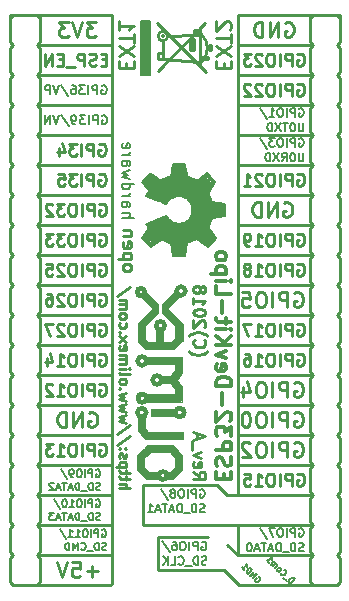
<source format=gbr>
G04 #@! TF.GenerationSoftware,KiCad,Pcbnew,6.0.0-rc1-unknown-829ba27~65~ubuntu16.04.1*
G04 #@! TF.CreationDate,2018-07-19T14:53:26+03:00*
G04 #@! TF.ProjectId,ESP32-DevKit-Lipo_Rev_A,45535033322D4465764B69742D4C6970,A*
G04 #@! TF.SameCoordinates,Original*
G04 #@! TF.FileFunction,Legend,Bot*
G04 #@! TF.FilePolarity,Positive*
%FSLAX46Y46*%
G04 Gerber Fmt 4.6, Leading zero omitted, Abs format (unit mm)*
G04 Created by KiCad (PCBNEW 6.0.0-rc1-unknown-829ba27~65~ubuntu16.04.1) date Thu Jul 19 14:53:26 2018*
%MOMM*%
%LPD*%
G01*
G04 APERTURE LIST*
%ADD10C,0.254000*%
%ADD11C,0.222250*%
%ADD12C,0.177800*%
%ADD13C,0.158750*%
%ADD14C,0.190500*%
%ADD15C,0.317500*%
%ADD16C,0.420000*%
%ADD17C,0.370000*%
%ADD18C,0.400000*%
%ADD19C,0.380000*%
%ADD20C,0.150000*%
%ADD21C,1.000000*%
%ADD22C,0.127000*%
%ADD23C,0.700000*%
%ADD24C,0.500000*%
%ADD25C,0.100000*%
%ADD26C,0.180000*%
G04 APERTURE END LIST*
D10*
X148844000Y-114300000D02*
X148844000Y-116843173D01*
X138176000Y-119253000D02*
X138049000Y-119380000D01*
X131826000Y-119380000D02*
X138049000Y-119380000D01*
X131826000Y-71120000D02*
X138176000Y-71120000D01*
X148844000Y-71120000D02*
X155194000Y-71120000D01*
X148971000Y-119380000D02*
X155321000Y-119380000D01*
X142113000Y-115316000D02*
X146304000Y-115316000D01*
X147701000Y-118110000D02*
X148971000Y-119380000D01*
X145082380Y-109782428D02*
X145566190Y-110121095D01*
X145082380Y-110363000D02*
X146098380Y-110363000D01*
X146098380Y-109975952D01*
X146050000Y-109879190D01*
X146001619Y-109830809D01*
X145904857Y-109782428D01*
X145759714Y-109782428D01*
X145662952Y-109830809D01*
X145614571Y-109879190D01*
X145566190Y-109975952D01*
X145566190Y-110363000D01*
X145130761Y-108959952D02*
X145082380Y-109056714D01*
X145082380Y-109250238D01*
X145130761Y-109347000D01*
X145227523Y-109395380D01*
X145614571Y-109395380D01*
X145711333Y-109347000D01*
X145759714Y-109250238D01*
X145759714Y-109056714D01*
X145711333Y-108959952D01*
X145614571Y-108911571D01*
X145517809Y-108911571D01*
X145421047Y-109395380D01*
X145759714Y-108572904D02*
X145082380Y-108331000D01*
X145759714Y-108089095D01*
X144985619Y-107943952D02*
X144985619Y-107169857D01*
X145372666Y-106976333D02*
X145372666Y-106492523D01*
X145082380Y-107073095D02*
X146098380Y-106734428D01*
X145082380Y-106395761D01*
X144695333Y-99574047D02*
X144743714Y-99622428D01*
X144888857Y-99719190D01*
X144985619Y-99767571D01*
X145130761Y-99815952D01*
X145372666Y-99864333D01*
X145566190Y-99864333D01*
X145808095Y-99815952D01*
X145953238Y-99767571D01*
X146050000Y-99719190D01*
X146195142Y-99622428D01*
X146243523Y-99574047D01*
X145179142Y-98606428D02*
X145130761Y-98654809D01*
X145082380Y-98799952D01*
X145082380Y-98896714D01*
X145130761Y-99041857D01*
X145227523Y-99138619D01*
X145324285Y-99186999D01*
X145517809Y-99235380D01*
X145662952Y-99235380D01*
X145856476Y-99186999D01*
X145953238Y-99138619D01*
X146050000Y-99041857D01*
X146098380Y-98896714D01*
X146098380Y-98799952D01*
X146050000Y-98654809D01*
X146001619Y-98606428D01*
X144695333Y-98267761D02*
X144743714Y-98219380D01*
X144888857Y-98122619D01*
X144985619Y-98074238D01*
X145130761Y-98025857D01*
X145372666Y-97977476D01*
X145566190Y-97977476D01*
X145808095Y-98025857D01*
X145953238Y-98074238D01*
X146050000Y-98122619D01*
X146195142Y-98219380D01*
X146243523Y-98267761D01*
X146001619Y-97542047D02*
X146050000Y-97493666D01*
X146098380Y-97396904D01*
X146098380Y-97154999D01*
X146050000Y-97058238D01*
X146001619Y-97009857D01*
X145904857Y-96961476D01*
X145808095Y-96961476D01*
X145662952Y-97009857D01*
X145082380Y-97590428D01*
X145082380Y-96961476D01*
X146098380Y-96332523D02*
X146098380Y-96235761D01*
X146050000Y-96138999D01*
X146001619Y-96090619D01*
X145904857Y-96042238D01*
X145711333Y-95993857D01*
X145469428Y-95993857D01*
X145275904Y-96042238D01*
X145179142Y-96090619D01*
X145130761Y-96138999D01*
X145082380Y-96235761D01*
X145082380Y-96332523D01*
X145130761Y-96429285D01*
X145179142Y-96477666D01*
X145275904Y-96526047D01*
X145469428Y-96574428D01*
X145711333Y-96574428D01*
X145904857Y-96526047D01*
X146001619Y-96477666D01*
X146050000Y-96429285D01*
X146098380Y-96332523D01*
X145082380Y-95026238D02*
X145082380Y-95606809D01*
X145082380Y-95316523D02*
X146098380Y-95316523D01*
X145953238Y-95413285D01*
X145856476Y-95510047D01*
X145808095Y-95606809D01*
X145662952Y-94445666D02*
X145711333Y-94542428D01*
X145759714Y-94590809D01*
X145856476Y-94639190D01*
X145904857Y-94639190D01*
X146001619Y-94590809D01*
X146050000Y-94542428D01*
X146098380Y-94445666D01*
X146098380Y-94252142D01*
X146050000Y-94155380D01*
X146001619Y-94106999D01*
X145904857Y-94058619D01*
X145856476Y-94058619D01*
X145759714Y-94106999D01*
X145711333Y-94155380D01*
X145662952Y-94252142D01*
X145662952Y-94445666D01*
X145614571Y-94542428D01*
X145566190Y-94590809D01*
X145469428Y-94639190D01*
X145275904Y-94639190D01*
X145179142Y-94590809D01*
X145130761Y-94542428D01*
X145082380Y-94445666D01*
X145082380Y-94252142D01*
X145130761Y-94155380D01*
X145179142Y-94106999D01*
X145275904Y-94058619D01*
X145469428Y-94058619D01*
X145566190Y-94106999D01*
X145614571Y-94155380D01*
X145662952Y-94252142D01*
D11*
X138789833Y-111188500D02*
X139678833Y-111188500D01*
X138789833Y-110807500D02*
X139255500Y-110807500D01*
X139340166Y-110849833D01*
X139382500Y-110934500D01*
X139382500Y-111061500D01*
X139340166Y-111146166D01*
X139297833Y-111188500D01*
X139382500Y-110511166D02*
X139382500Y-110172500D01*
X139678833Y-110384166D02*
X138916833Y-110384166D01*
X138832166Y-110341833D01*
X138789833Y-110257166D01*
X138789833Y-110172500D01*
X139382500Y-110003166D02*
X139382500Y-109664500D01*
X139678833Y-109876166D02*
X138916833Y-109876166D01*
X138832166Y-109833833D01*
X138789833Y-109749166D01*
X138789833Y-109664500D01*
X139382500Y-109368166D02*
X138493500Y-109368166D01*
X139340166Y-109368166D02*
X139382500Y-109283500D01*
X139382500Y-109114166D01*
X139340166Y-109029500D01*
X139297833Y-108987166D01*
X139213166Y-108944833D01*
X138959166Y-108944833D01*
X138874500Y-108987166D01*
X138832166Y-109029500D01*
X138789833Y-109114166D01*
X138789833Y-109283500D01*
X138832166Y-109368166D01*
X138832166Y-108606166D02*
X138789833Y-108521500D01*
X138789833Y-108352166D01*
X138832166Y-108267500D01*
X138916833Y-108225166D01*
X138959166Y-108225166D01*
X139043833Y-108267500D01*
X139086166Y-108352166D01*
X139086166Y-108479166D01*
X139128500Y-108563833D01*
X139213166Y-108606166D01*
X139255500Y-108606166D01*
X139340166Y-108563833D01*
X139382500Y-108479166D01*
X139382500Y-108352166D01*
X139340166Y-108267500D01*
X138874500Y-107844166D02*
X138832166Y-107801833D01*
X138789833Y-107844166D01*
X138832166Y-107886500D01*
X138874500Y-107844166D01*
X138789833Y-107844166D01*
X139340166Y-107844166D02*
X139297833Y-107801833D01*
X139255500Y-107844166D01*
X139297833Y-107886500D01*
X139340166Y-107844166D01*
X139255500Y-107844166D01*
X139721166Y-106785833D02*
X138578166Y-107547833D01*
X139721166Y-105854500D02*
X138578166Y-106616500D01*
X139382500Y-105642833D02*
X138789833Y-105473500D01*
X139213166Y-105304166D01*
X138789833Y-105134833D01*
X139382500Y-104965500D01*
X139382500Y-104711500D02*
X138789833Y-104542166D01*
X139213166Y-104372833D01*
X138789833Y-104203500D01*
X139382500Y-104034166D01*
X139382500Y-103780166D02*
X138789833Y-103610833D01*
X139213166Y-103441500D01*
X138789833Y-103272166D01*
X139382500Y-103102833D01*
X138874500Y-102764166D02*
X138832166Y-102721833D01*
X138789833Y-102764166D01*
X138832166Y-102806500D01*
X138874500Y-102764166D01*
X138789833Y-102764166D01*
X138789833Y-102213833D02*
X138832166Y-102298500D01*
X138874500Y-102340833D01*
X138959166Y-102383166D01*
X139213166Y-102383166D01*
X139297833Y-102340833D01*
X139340166Y-102298500D01*
X139382500Y-102213833D01*
X139382500Y-102086833D01*
X139340166Y-102002166D01*
X139297833Y-101959833D01*
X139213166Y-101917500D01*
X138959166Y-101917500D01*
X138874500Y-101959833D01*
X138832166Y-102002166D01*
X138789833Y-102086833D01*
X138789833Y-102213833D01*
X138789833Y-101409500D02*
X138832166Y-101494166D01*
X138916833Y-101536500D01*
X139678833Y-101536500D01*
X138789833Y-101070833D02*
X139382500Y-101070833D01*
X139678833Y-101070833D02*
X139636500Y-101113166D01*
X139594166Y-101070833D01*
X139636500Y-101028500D01*
X139678833Y-101070833D01*
X139594166Y-101070833D01*
X138789833Y-100647500D02*
X139382500Y-100647500D01*
X139297833Y-100647500D02*
X139340166Y-100605166D01*
X139382500Y-100520500D01*
X139382500Y-100393500D01*
X139340166Y-100308833D01*
X139255500Y-100266500D01*
X138789833Y-100266500D01*
X139255500Y-100266500D02*
X139340166Y-100224166D01*
X139382500Y-100139500D01*
X139382500Y-100012500D01*
X139340166Y-99927833D01*
X139255500Y-99885500D01*
X138789833Y-99885500D01*
X138832166Y-99123500D02*
X138789833Y-99208166D01*
X138789833Y-99377500D01*
X138832166Y-99462166D01*
X138916833Y-99504500D01*
X139255500Y-99504500D01*
X139340166Y-99462166D01*
X139382500Y-99377500D01*
X139382500Y-99208166D01*
X139340166Y-99123500D01*
X139255500Y-99081166D01*
X139170833Y-99081166D01*
X139086166Y-99504500D01*
X138789833Y-98784833D02*
X139382500Y-98319166D01*
X139382500Y-98784833D02*
X138789833Y-98319166D01*
X138874500Y-97980500D02*
X138832166Y-97938166D01*
X138789833Y-97980500D01*
X138832166Y-98022833D01*
X138874500Y-97980500D01*
X138789833Y-97980500D01*
X138832166Y-97176166D02*
X138789833Y-97260833D01*
X138789833Y-97430166D01*
X138832166Y-97514833D01*
X138874500Y-97557166D01*
X138959166Y-97599499D01*
X139213166Y-97599499D01*
X139297833Y-97557166D01*
X139340166Y-97514833D01*
X139382500Y-97430166D01*
X139382500Y-97260833D01*
X139340166Y-97176166D01*
X138789833Y-96668166D02*
X138832166Y-96752833D01*
X138874500Y-96795166D01*
X138959166Y-96837499D01*
X139213166Y-96837499D01*
X139297833Y-96795166D01*
X139340166Y-96752833D01*
X139382500Y-96668166D01*
X139382500Y-96541166D01*
X139340166Y-96456499D01*
X139297833Y-96414166D01*
X139213166Y-96371833D01*
X138959166Y-96371833D01*
X138874500Y-96414166D01*
X138832166Y-96456499D01*
X138789833Y-96541166D01*
X138789833Y-96668166D01*
X138789833Y-95990833D02*
X139382500Y-95990833D01*
X139297833Y-95990833D02*
X139340166Y-95948499D01*
X139382500Y-95863833D01*
X139382500Y-95736833D01*
X139340166Y-95652166D01*
X139255500Y-95609833D01*
X138789833Y-95609833D01*
X139255500Y-95609833D02*
X139340166Y-95567499D01*
X139382500Y-95482833D01*
X139382500Y-95355833D01*
X139340166Y-95271166D01*
X139255500Y-95228833D01*
X138789833Y-95228833D01*
X139721166Y-94170499D02*
X138578166Y-94932499D01*
D10*
X140843000Y-114300000D02*
X148844000Y-114300000D01*
X140843000Y-110871000D02*
X140843000Y-114300000D01*
X147066000Y-110871000D02*
X140843000Y-110871000D01*
X147955000Y-111760000D02*
X147066000Y-110871000D01*
X148844000Y-111760000D02*
X147955000Y-111760000D01*
D12*
X145646563Y-111290100D02*
X145714296Y-111256233D01*
X145815896Y-111256233D01*
X145917496Y-111290100D01*
X145985230Y-111357833D01*
X146019096Y-111425566D01*
X146052963Y-111561033D01*
X146052963Y-111662633D01*
X146019096Y-111798100D01*
X145985230Y-111865833D01*
X145917496Y-111933566D01*
X145815896Y-111967433D01*
X145748163Y-111967433D01*
X145646563Y-111933566D01*
X145612696Y-111899700D01*
X145612696Y-111662633D01*
X145748163Y-111662633D01*
X145307896Y-111967433D02*
X145307896Y-111256233D01*
X145036963Y-111256233D01*
X144969230Y-111290100D01*
X144935363Y-111323966D01*
X144901496Y-111391700D01*
X144901496Y-111493300D01*
X144935363Y-111561033D01*
X144969230Y-111594900D01*
X145036963Y-111628766D01*
X145307896Y-111628766D01*
X144596696Y-111967433D02*
X144596696Y-111256233D01*
X144122563Y-111256233D02*
X143987096Y-111256233D01*
X143919363Y-111290100D01*
X143851630Y-111357833D01*
X143817763Y-111493300D01*
X143817763Y-111730366D01*
X143851630Y-111865833D01*
X143919363Y-111933566D01*
X143987096Y-111967433D01*
X144122563Y-111967433D01*
X144190296Y-111933566D01*
X144258030Y-111865833D01*
X144291896Y-111730366D01*
X144291896Y-111493300D01*
X144258030Y-111357833D01*
X144190296Y-111290100D01*
X144122563Y-111256233D01*
X143411363Y-111561033D02*
X143479096Y-111527166D01*
X143512963Y-111493300D01*
X143546830Y-111425566D01*
X143546830Y-111391700D01*
X143512963Y-111323966D01*
X143479096Y-111290100D01*
X143411363Y-111256233D01*
X143275896Y-111256233D01*
X143208163Y-111290100D01*
X143174296Y-111323966D01*
X143140430Y-111391700D01*
X143140430Y-111425566D01*
X143174296Y-111493300D01*
X143208163Y-111527166D01*
X143275896Y-111561033D01*
X143411363Y-111561033D01*
X143479096Y-111594900D01*
X143512963Y-111628766D01*
X143546830Y-111696500D01*
X143546830Y-111831966D01*
X143512963Y-111899700D01*
X143479096Y-111933566D01*
X143411363Y-111967433D01*
X143275896Y-111967433D01*
X143208163Y-111933566D01*
X143174296Y-111899700D01*
X143140430Y-111831966D01*
X143140430Y-111696500D01*
X143174296Y-111628766D01*
X143208163Y-111594900D01*
X143275896Y-111561033D01*
X142327630Y-111222366D02*
X142937230Y-112136766D01*
X146052963Y-113178166D02*
X145951363Y-113212033D01*
X145782030Y-113212033D01*
X145714296Y-113178166D01*
X145680430Y-113144300D01*
X145646563Y-113076566D01*
X145646563Y-113008833D01*
X145680430Y-112941100D01*
X145714296Y-112907233D01*
X145782030Y-112873366D01*
X145917496Y-112839500D01*
X145985230Y-112805633D01*
X146019096Y-112771766D01*
X146052963Y-112704033D01*
X146052963Y-112636300D01*
X146019096Y-112568566D01*
X145985230Y-112534700D01*
X145917496Y-112500833D01*
X145748163Y-112500833D01*
X145646563Y-112534700D01*
X145341763Y-113212033D02*
X145341763Y-112500833D01*
X145172430Y-112500833D01*
X145070830Y-112534700D01*
X145003096Y-112602433D01*
X144969230Y-112670166D01*
X144935363Y-112805633D01*
X144935363Y-112907233D01*
X144969230Y-113042700D01*
X145003096Y-113110433D01*
X145070830Y-113178166D01*
X145172430Y-113212033D01*
X145341763Y-113212033D01*
X144799896Y-113279766D02*
X144258030Y-113279766D01*
X144088696Y-113212033D02*
X144088696Y-112500833D01*
X143919363Y-112500833D01*
X143817763Y-112534700D01*
X143750030Y-112602433D01*
X143716163Y-112670166D01*
X143682296Y-112805633D01*
X143682296Y-112907233D01*
X143716163Y-113042700D01*
X143750030Y-113110433D01*
X143817763Y-113178166D01*
X143919363Y-113212033D01*
X144088696Y-113212033D01*
X143411363Y-113008833D02*
X143072696Y-113008833D01*
X143479096Y-113212033D02*
X143242030Y-112500833D01*
X143004963Y-113212033D01*
X142869496Y-112500833D02*
X142463096Y-112500833D01*
X142666296Y-113212033D02*
X142666296Y-112500833D01*
X142259896Y-113008833D02*
X141921230Y-113008833D01*
X142327630Y-113212033D02*
X142090563Y-112500833D01*
X141853496Y-113212033D01*
X141243896Y-113212033D02*
X141650296Y-113212033D01*
X141447096Y-113212033D02*
X141447096Y-112500833D01*
X141514830Y-112602433D01*
X141582563Y-112670166D01*
X141650296Y-112704033D01*
D10*
X142113000Y-115316000D02*
X142113000Y-118110000D01*
X147701000Y-118110000D02*
X142113000Y-118110000D01*
X148844000Y-116840000D02*
X147955000Y-115951000D01*
D12*
X145773563Y-115735100D02*
X145841296Y-115701233D01*
X145942896Y-115701233D01*
X146044496Y-115735100D01*
X146112230Y-115802833D01*
X146146096Y-115870566D01*
X146179963Y-116006033D01*
X146179963Y-116107633D01*
X146146096Y-116243100D01*
X146112230Y-116310833D01*
X146044496Y-116378566D01*
X145942896Y-116412433D01*
X145875163Y-116412433D01*
X145773563Y-116378566D01*
X145739696Y-116344700D01*
X145739696Y-116107633D01*
X145875163Y-116107633D01*
X145434896Y-116412433D02*
X145434896Y-115701233D01*
X145163963Y-115701233D01*
X145096230Y-115735100D01*
X145062363Y-115768966D01*
X145028496Y-115836700D01*
X145028496Y-115938300D01*
X145062363Y-116006033D01*
X145096230Y-116039900D01*
X145163963Y-116073766D01*
X145434896Y-116073766D01*
X144723696Y-116412433D02*
X144723696Y-115701233D01*
X144249563Y-115701233D02*
X144114096Y-115701233D01*
X144046363Y-115735100D01*
X143978630Y-115802833D01*
X143944763Y-115938300D01*
X143944763Y-116175366D01*
X143978630Y-116310833D01*
X144046363Y-116378566D01*
X144114096Y-116412433D01*
X144249563Y-116412433D01*
X144317296Y-116378566D01*
X144385030Y-116310833D01*
X144418896Y-116175366D01*
X144418896Y-115938300D01*
X144385030Y-115802833D01*
X144317296Y-115735100D01*
X144249563Y-115701233D01*
X143335163Y-115701233D02*
X143470630Y-115701233D01*
X143538363Y-115735100D01*
X143572230Y-115768966D01*
X143639963Y-115870566D01*
X143673830Y-116006033D01*
X143673830Y-116276966D01*
X143639963Y-116344700D01*
X143606096Y-116378566D01*
X143538363Y-116412433D01*
X143402896Y-116412433D01*
X143335163Y-116378566D01*
X143301296Y-116344700D01*
X143267430Y-116276966D01*
X143267430Y-116107633D01*
X143301296Y-116039900D01*
X143335163Y-116006033D01*
X143402896Y-115972166D01*
X143538363Y-115972166D01*
X143606096Y-116006033D01*
X143639963Y-116039900D01*
X143673830Y-116107633D01*
X142454630Y-115667366D02*
X143064230Y-116581766D01*
X146179963Y-117623166D02*
X146078363Y-117657033D01*
X145909030Y-117657033D01*
X145841296Y-117623166D01*
X145807430Y-117589300D01*
X145773563Y-117521566D01*
X145773563Y-117453833D01*
X145807430Y-117386100D01*
X145841296Y-117352233D01*
X145909030Y-117318366D01*
X146044496Y-117284500D01*
X146112230Y-117250633D01*
X146146096Y-117216766D01*
X146179963Y-117149033D01*
X146179963Y-117081300D01*
X146146096Y-117013566D01*
X146112230Y-116979700D01*
X146044496Y-116945833D01*
X145875163Y-116945833D01*
X145773563Y-116979700D01*
X145468763Y-117657033D02*
X145468763Y-116945833D01*
X145299430Y-116945833D01*
X145197830Y-116979700D01*
X145130096Y-117047433D01*
X145096230Y-117115166D01*
X145062363Y-117250633D01*
X145062363Y-117352233D01*
X145096230Y-117487700D01*
X145130096Y-117555433D01*
X145197830Y-117623166D01*
X145299430Y-117657033D01*
X145468763Y-117657033D01*
X144926896Y-117724766D02*
X144385030Y-117724766D01*
X143809296Y-117589300D02*
X143843163Y-117623166D01*
X143944763Y-117657033D01*
X144012496Y-117657033D01*
X144114096Y-117623166D01*
X144181830Y-117555433D01*
X144215696Y-117487700D01*
X144249563Y-117352233D01*
X144249563Y-117250633D01*
X144215696Y-117115166D01*
X144181830Y-117047433D01*
X144114096Y-116979700D01*
X144012496Y-116945833D01*
X143944763Y-116945833D01*
X143843163Y-116979700D01*
X143809296Y-117013566D01*
X143165830Y-117657033D02*
X143504496Y-117657033D01*
X143504496Y-116945833D01*
X142928763Y-117657033D02*
X142928763Y-116945833D01*
X142522363Y-117657033D02*
X142827163Y-117250633D01*
X142522363Y-116945833D02*
X142928763Y-117352233D01*
X154028563Y-114592100D02*
X154096296Y-114558233D01*
X154197896Y-114558233D01*
X154299496Y-114592100D01*
X154367230Y-114659833D01*
X154401096Y-114727566D01*
X154434963Y-114863033D01*
X154434963Y-114964633D01*
X154401096Y-115100100D01*
X154367230Y-115167833D01*
X154299496Y-115235566D01*
X154197896Y-115269433D01*
X154130163Y-115269433D01*
X154028563Y-115235566D01*
X153994696Y-115201700D01*
X153994696Y-114964633D01*
X154130163Y-114964633D01*
X153689896Y-115269433D02*
X153689896Y-114558233D01*
X153418963Y-114558233D01*
X153351230Y-114592100D01*
X153317363Y-114625966D01*
X153283496Y-114693700D01*
X153283496Y-114795300D01*
X153317363Y-114863033D01*
X153351230Y-114896900D01*
X153418963Y-114930766D01*
X153689896Y-114930766D01*
X152978696Y-115269433D02*
X152978696Y-114558233D01*
X152504563Y-114558233D02*
X152369096Y-114558233D01*
X152301363Y-114592100D01*
X152233630Y-114659833D01*
X152199763Y-114795300D01*
X152199763Y-115032366D01*
X152233630Y-115167833D01*
X152301363Y-115235566D01*
X152369096Y-115269433D01*
X152504563Y-115269433D01*
X152572296Y-115235566D01*
X152640030Y-115167833D01*
X152673896Y-115032366D01*
X152673896Y-114795300D01*
X152640030Y-114659833D01*
X152572296Y-114592100D01*
X152504563Y-114558233D01*
X151962696Y-114558233D02*
X151488563Y-114558233D01*
X151793363Y-115269433D01*
X150709630Y-114524366D02*
X151319230Y-115438766D01*
X154434963Y-116480166D02*
X154333363Y-116514033D01*
X154164030Y-116514033D01*
X154096296Y-116480166D01*
X154062430Y-116446300D01*
X154028563Y-116378566D01*
X154028563Y-116310833D01*
X154062430Y-116243100D01*
X154096296Y-116209233D01*
X154164030Y-116175366D01*
X154299496Y-116141500D01*
X154367230Y-116107633D01*
X154401096Y-116073766D01*
X154434963Y-116006033D01*
X154434963Y-115938300D01*
X154401096Y-115870566D01*
X154367230Y-115836700D01*
X154299496Y-115802833D01*
X154130163Y-115802833D01*
X154028563Y-115836700D01*
X153723763Y-116514033D02*
X153723763Y-115802833D01*
X153554430Y-115802833D01*
X153452830Y-115836700D01*
X153385096Y-115904433D01*
X153351230Y-115972166D01*
X153317363Y-116107633D01*
X153317363Y-116209233D01*
X153351230Y-116344700D01*
X153385096Y-116412433D01*
X153452830Y-116480166D01*
X153554430Y-116514033D01*
X153723763Y-116514033D01*
X153181896Y-116581766D02*
X152640030Y-116581766D01*
X152470696Y-116514033D02*
X152470696Y-115802833D01*
X152301363Y-115802833D01*
X152199763Y-115836700D01*
X152132030Y-115904433D01*
X152098163Y-115972166D01*
X152064296Y-116107633D01*
X152064296Y-116209233D01*
X152098163Y-116344700D01*
X152132030Y-116412433D01*
X152199763Y-116480166D01*
X152301363Y-116514033D01*
X152470696Y-116514033D01*
X151793363Y-116310833D02*
X151454696Y-116310833D01*
X151861096Y-116514033D02*
X151624030Y-115802833D01*
X151386963Y-116514033D01*
X151251496Y-115802833D02*
X150845096Y-115802833D01*
X151048296Y-116514033D02*
X151048296Y-115802833D01*
X150641896Y-116310833D02*
X150303230Y-116310833D01*
X150709630Y-116514033D02*
X150472563Y-115802833D01*
X150235496Y-116514033D01*
X149862963Y-115802833D02*
X149795230Y-115802833D01*
X149727496Y-115836700D01*
X149693630Y-115870566D01*
X149659763Y-115938300D01*
X149625896Y-116073766D01*
X149625896Y-116243100D01*
X149659763Y-116378566D01*
X149693630Y-116446300D01*
X149727496Y-116480166D01*
X149795230Y-116514033D01*
X149862963Y-116514033D01*
X149930696Y-116480166D01*
X149964563Y-116446300D01*
X149998430Y-116378566D01*
X150032296Y-116243100D01*
X150032296Y-116073766D01*
X149998430Y-115938300D01*
X149964563Y-115870566D01*
X149930696Y-115836700D01*
X149862963Y-115802833D01*
D10*
X153875619Y-109982000D02*
X153972380Y-109933619D01*
X154117523Y-109933619D01*
X154262666Y-109982000D01*
X154359428Y-110078761D01*
X154407809Y-110175523D01*
X154456190Y-110369047D01*
X154456190Y-110514190D01*
X154407809Y-110707714D01*
X154359428Y-110804476D01*
X154262666Y-110901238D01*
X154117523Y-110949619D01*
X154020761Y-110949619D01*
X153875619Y-110901238D01*
X153827238Y-110852857D01*
X153827238Y-110514190D01*
X154020761Y-110514190D01*
X153391809Y-110949619D02*
X153391809Y-109933619D01*
X153004761Y-109933619D01*
X152908000Y-109982000D01*
X152859619Y-110030380D01*
X152811238Y-110127142D01*
X152811238Y-110272285D01*
X152859619Y-110369047D01*
X152908000Y-110417428D01*
X153004761Y-110465809D01*
X153391809Y-110465809D01*
X152375809Y-110949619D02*
X152375809Y-109933619D01*
X151698476Y-109933619D02*
X151504952Y-109933619D01*
X151408190Y-109982000D01*
X151311428Y-110078761D01*
X151263047Y-110272285D01*
X151263047Y-110610952D01*
X151311428Y-110804476D01*
X151408190Y-110901238D01*
X151504952Y-110949619D01*
X151698476Y-110949619D01*
X151795238Y-110901238D01*
X151892000Y-110804476D01*
X151940380Y-110610952D01*
X151940380Y-110272285D01*
X151892000Y-110078761D01*
X151795238Y-109982000D01*
X151698476Y-109933619D01*
X150295428Y-110949619D02*
X150876000Y-110949619D01*
X150585714Y-110949619D02*
X150585714Y-109933619D01*
X150682476Y-110078761D01*
X150779238Y-110175523D01*
X150876000Y-110223904D01*
X149376190Y-109933619D02*
X149860000Y-109933619D01*
X149908380Y-110417428D01*
X149860000Y-110369047D01*
X149763238Y-110320666D01*
X149521333Y-110320666D01*
X149424571Y-110369047D01*
X149376190Y-110417428D01*
X149327809Y-110514190D01*
X149327809Y-110756095D01*
X149376190Y-110852857D01*
X149424571Y-110901238D01*
X149521333Y-110949619D01*
X149763238Y-110949619D01*
X149860000Y-110901238D01*
X149908380Y-110852857D01*
X153639761Y-107315000D02*
X153760714Y-107254523D01*
X153942142Y-107254523D01*
X154123571Y-107315000D01*
X154244523Y-107435952D01*
X154305000Y-107556904D01*
X154365476Y-107798809D01*
X154365476Y-107980238D01*
X154305000Y-108222142D01*
X154244523Y-108343095D01*
X154123571Y-108464047D01*
X153942142Y-108524523D01*
X153821190Y-108524523D01*
X153639761Y-108464047D01*
X153579285Y-108403571D01*
X153579285Y-107980238D01*
X153821190Y-107980238D01*
X153035000Y-108524523D02*
X153035000Y-107254523D01*
X152551190Y-107254523D01*
X152430238Y-107315000D01*
X152369761Y-107375476D01*
X152309285Y-107496428D01*
X152309285Y-107677857D01*
X152369761Y-107798809D01*
X152430238Y-107859285D01*
X152551190Y-107919761D01*
X153035000Y-107919761D01*
X151765000Y-108524523D02*
X151765000Y-107254523D01*
X150918333Y-107254523D02*
X150676428Y-107254523D01*
X150555476Y-107315000D01*
X150434523Y-107435952D01*
X150374047Y-107677857D01*
X150374047Y-108101190D01*
X150434523Y-108343095D01*
X150555476Y-108464047D01*
X150676428Y-108524523D01*
X150918333Y-108524523D01*
X151039285Y-108464047D01*
X151160238Y-108343095D01*
X151220714Y-108101190D01*
X151220714Y-107677857D01*
X151160238Y-107435952D01*
X151039285Y-107315000D01*
X150918333Y-107254523D01*
X149890238Y-107375476D02*
X149829761Y-107315000D01*
X149708809Y-107254523D01*
X149406428Y-107254523D01*
X149285476Y-107315000D01*
X149225000Y-107375476D01*
X149164523Y-107496428D01*
X149164523Y-107617380D01*
X149225000Y-107798809D01*
X149950714Y-108524523D01*
X149164523Y-108524523D01*
X153639761Y-104775000D02*
X153760714Y-104714523D01*
X153942142Y-104714523D01*
X154123571Y-104775000D01*
X154244523Y-104895952D01*
X154305000Y-105016904D01*
X154365476Y-105258809D01*
X154365476Y-105440238D01*
X154305000Y-105682142D01*
X154244523Y-105803095D01*
X154123571Y-105924047D01*
X153942142Y-105984523D01*
X153821190Y-105984523D01*
X153639761Y-105924047D01*
X153579285Y-105863571D01*
X153579285Y-105440238D01*
X153821190Y-105440238D01*
X153035000Y-105984523D02*
X153035000Y-104714523D01*
X152551190Y-104714523D01*
X152430238Y-104775000D01*
X152369761Y-104835476D01*
X152309285Y-104956428D01*
X152309285Y-105137857D01*
X152369761Y-105258809D01*
X152430238Y-105319285D01*
X152551190Y-105379761D01*
X153035000Y-105379761D01*
X151765000Y-105984523D02*
X151765000Y-104714523D01*
X150918333Y-104714523D02*
X150676428Y-104714523D01*
X150555476Y-104775000D01*
X150434523Y-104895952D01*
X150374047Y-105137857D01*
X150374047Y-105561190D01*
X150434523Y-105803095D01*
X150555476Y-105924047D01*
X150676428Y-105984523D01*
X150918333Y-105984523D01*
X151039285Y-105924047D01*
X151160238Y-105803095D01*
X151220714Y-105561190D01*
X151220714Y-105137857D01*
X151160238Y-104895952D01*
X151039285Y-104775000D01*
X150918333Y-104714523D01*
X149587857Y-104714523D02*
X149466904Y-104714523D01*
X149345952Y-104775000D01*
X149285476Y-104835476D01*
X149225000Y-104956428D01*
X149164523Y-105198333D01*
X149164523Y-105500714D01*
X149225000Y-105742619D01*
X149285476Y-105863571D01*
X149345952Y-105924047D01*
X149466904Y-105984523D01*
X149587857Y-105984523D01*
X149708809Y-105924047D01*
X149769285Y-105863571D01*
X149829761Y-105742619D01*
X149890238Y-105500714D01*
X149890238Y-105198333D01*
X149829761Y-104956428D01*
X149769285Y-104835476D01*
X149708809Y-104775000D01*
X149587857Y-104714523D01*
X153639761Y-102235000D02*
X153760714Y-102174523D01*
X153942142Y-102174523D01*
X154123571Y-102235000D01*
X154244523Y-102355952D01*
X154305000Y-102476904D01*
X154365476Y-102718809D01*
X154365476Y-102900238D01*
X154305000Y-103142142D01*
X154244523Y-103263095D01*
X154123571Y-103384047D01*
X153942142Y-103444523D01*
X153821190Y-103444523D01*
X153639761Y-103384047D01*
X153579285Y-103323571D01*
X153579285Y-102900238D01*
X153821190Y-102900238D01*
X153035000Y-103444523D02*
X153035000Y-102174523D01*
X152551190Y-102174523D01*
X152430238Y-102235000D01*
X152369761Y-102295476D01*
X152309285Y-102416428D01*
X152309285Y-102597857D01*
X152369761Y-102718809D01*
X152430238Y-102779285D01*
X152551190Y-102839761D01*
X153035000Y-102839761D01*
X151765000Y-103444523D02*
X151765000Y-102174523D01*
X150918333Y-102174523D02*
X150676428Y-102174523D01*
X150555476Y-102235000D01*
X150434523Y-102355952D01*
X150374047Y-102597857D01*
X150374047Y-103021190D01*
X150434523Y-103263095D01*
X150555476Y-103384047D01*
X150676428Y-103444523D01*
X150918333Y-103444523D01*
X151039285Y-103384047D01*
X151160238Y-103263095D01*
X151220714Y-103021190D01*
X151220714Y-102597857D01*
X151160238Y-102355952D01*
X151039285Y-102235000D01*
X150918333Y-102174523D01*
X149285476Y-102597857D02*
X149285476Y-103444523D01*
X149587857Y-102114047D02*
X149890238Y-103021190D01*
X149104047Y-103021190D01*
X153875619Y-99822000D02*
X153972380Y-99773619D01*
X154117523Y-99773619D01*
X154262666Y-99822000D01*
X154359428Y-99918761D01*
X154407809Y-100015523D01*
X154456190Y-100209047D01*
X154456190Y-100354190D01*
X154407809Y-100547714D01*
X154359428Y-100644476D01*
X154262666Y-100741238D01*
X154117523Y-100789619D01*
X154020761Y-100789619D01*
X153875619Y-100741238D01*
X153827238Y-100692857D01*
X153827238Y-100354190D01*
X154020761Y-100354190D01*
X153391809Y-100789619D02*
X153391809Y-99773619D01*
X153004761Y-99773619D01*
X152908000Y-99822000D01*
X152859619Y-99870380D01*
X152811238Y-99967142D01*
X152811238Y-100112285D01*
X152859619Y-100209047D01*
X152908000Y-100257428D01*
X153004761Y-100305809D01*
X153391809Y-100305809D01*
X152375809Y-100789619D02*
X152375809Y-99773619D01*
X151698476Y-99773619D02*
X151504952Y-99773619D01*
X151408190Y-99822000D01*
X151311428Y-99918761D01*
X151263047Y-100112285D01*
X151263047Y-100450952D01*
X151311428Y-100644476D01*
X151408190Y-100741238D01*
X151504952Y-100789619D01*
X151698476Y-100789619D01*
X151795238Y-100741238D01*
X151892000Y-100644476D01*
X151940380Y-100450952D01*
X151940380Y-100112285D01*
X151892000Y-99918761D01*
X151795238Y-99822000D01*
X151698476Y-99773619D01*
X150295428Y-100789619D02*
X150876000Y-100789619D01*
X150585714Y-100789619D02*
X150585714Y-99773619D01*
X150682476Y-99918761D01*
X150779238Y-100015523D01*
X150876000Y-100063904D01*
X149424571Y-99773619D02*
X149618095Y-99773619D01*
X149714857Y-99822000D01*
X149763238Y-99870380D01*
X149860000Y-100015523D01*
X149908380Y-100209047D01*
X149908380Y-100596095D01*
X149860000Y-100692857D01*
X149811619Y-100741238D01*
X149714857Y-100789619D01*
X149521333Y-100789619D01*
X149424571Y-100741238D01*
X149376190Y-100692857D01*
X149327809Y-100596095D01*
X149327809Y-100354190D01*
X149376190Y-100257428D01*
X149424571Y-100209047D01*
X149521333Y-100160666D01*
X149714857Y-100160666D01*
X149811619Y-100209047D01*
X149860000Y-100257428D01*
X149908380Y-100354190D01*
X153875619Y-97282000D02*
X153972380Y-97233619D01*
X154117523Y-97233619D01*
X154262666Y-97282000D01*
X154359428Y-97378761D01*
X154407809Y-97475523D01*
X154456190Y-97669047D01*
X154456190Y-97814190D01*
X154407809Y-98007714D01*
X154359428Y-98104476D01*
X154262666Y-98201238D01*
X154117523Y-98249619D01*
X154020761Y-98249619D01*
X153875619Y-98201238D01*
X153827238Y-98152857D01*
X153827238Y-97814190D01*
X154020761Y-97814190D01*
X153391809Y-98249619D02*
X153391809Y-97233619D01*
X153004761Y-97233619D01*
X152908000Y-97282000D01*
X152859619Y-97330380D01*
X152811238Y-97427142D01*
X152811238Y-97572285D01*
X152859619Y-97669047D01*
X152908000Y-97717428D01*
X153004761Y-97765809D01*
X153391809Y-97765809D01*
X152375809Y-98249619D02*
X152375809Y-97233619D01*
X151698476Y-97233619D02*
X151504952Y-97233619D01*
X151408190Y-97282000D01*
X151311428Y-97378761D01*
X151263047Y-97572285D01*
X151263047Y-97910952D01*
X151311428Y-98104476D01*
X151408190Y-98201238D01*
X151504952Y-98249619D01*
X151698476Y-98249619D01*
X151795238Y-98201238D01*
X151892000Y-98104476D01*
X151940380Y-97910952D01*
X151940380Y-97572285D01*
X151892000Y-97378761D01*
X151795238Y-97282000D01*
X151698476Y-97233619D01*
X150295428Y-98249619D02*
X150876000Y-98249619D01*
X150585714Y-98249619D02*
X150585714Y-97233619D01*
X150682476Y-97378761D01*
X150779238Y-97475523D01*
X150876000Y-97523904D01*
X149956761Y-97233619D02*
X149279428Y-97233619D01*
X149714857Y-98249619D01*
X153639761Y-94615000D02*
X153760714Y-94554523D01*
X153942142Y-94554523D01*
X154123571Y-94615000D01*
X154244523Y-94735952D01*
X154305000Y-94856904D01*
X154365476Y-95098809D01*
X154365476Y-95280238D01*
X154305000Y-95522142D01*
X154244523Y-95643095D01*
X154123571Y-95764047D01*
X153942142Y-95824523D01*
X153821190Y-95824523D01*
X153639761Y-95764047D01*
X153579285Y-95703571D01*
X153579285Y-95280238D01*
X153821190Y-95280238D01*
X153035000Y-95824523D02*
X153035000Y-94554523D01*
X152551190Y-94554523D01*
X152430238Y-94615000D01*
X152369761Y-94675476D01*
X152309285Y-94796428D01*
X152309285Y-94977857D01*
X152369761Y-95098809D01*
X152430238Y-95159285D01*
X152551190Y-95219761D01*
X153035000Y-95219761D01*
X151765000Y-95824523D02*
X151765000Y-94554523D01*
X150918333Y-94554523D02*
X150676428Y-94554523D01*
X150555476Y-94615000D01*
X150434523Y-94735952D01*
X150374047Y-94977857D01*
X150374047Y-95401190D01*
X150434523Y-95643095D01*
X150555476Y-95764047D01*
X150676428Y-95824523D01*
X150918333Y-95824523D01*
X151039285Y-95764047D01*
X151160238Y-95643095D01*
X151220714Y-95401190D01*
X151220714Y-94977857D01*
X151160238Y-94735952D01*
X151039285Y-94615000D01*
X150918333Y-94554523D01*
X149225000Y-94554523D02*
X149829761Y-94554523D01*
X149890238Y-95159285D01*
X149829761Y-95098809D01*
X149708809Y-95038333D01*
X149406428Y-95038333D01*
X149285476Y-95098809D01*
X149225000Y-95159285D01*
X149164523Y-95280238D01*
X149164523Y-95582619D01*
X149225000Y-95703571D01*
X149285476Y-95764047D01*
X149406428Y-95824523D01*
X149708809Y-95824523D01*
X149829761Y-95764047D01*
X149890238Y-95703571D01*
X153875619Y-92202000D02*
X153972380Y-92153619D01*
X154117523Y-92153619D01*
X154262666Y-92202000D01*
X154359428Y-92298761D01*
X154407809Y-92395523D01*
X154456190Y-92589047D01*
X154456190Y-92734190D01*
X154407809Y-92927714D01*
X154359428Y-93024476D01*
X154262666Y-93121238D01*
X154117523Y-93169619D01*
X154020761Y-93169619D01*
X153875619Y-93121238D01*
X153827238Y-93072857D01*
X153827238Y-92734190D01*
X154020761Y-92734190D01*
X153391809Y-93169619D02*
X153391809Y-92153619D01*
X153004761Y-92153619D01*
X152908000Y-92202000D01*
X152859619Y-92250380D01*
X152811238Y-92347142D01*
X152811238Y-92492285D01*
X152859619Y-92589047D01*
X152908000Y-92637428D01*
X153004761Y-92685809D01*
X153391809Y-92685809D01*
X152375809Y-93169619D02*
X152375809Y-92153619D01*
X151698476Y-92153619D02*
X151504952Y-92153619D01*
X151408190Y-92202000D01*
X151311428Y-92298761D01*
X151263047Y-92492285D01*
X151263047Y-92830952D01*
X151311428Y-93024476D01*
X151408190Y-93121238D01*
X151504952Y-93169619D01*
X151698476Y-93169619D01*
X151795238Y-93121238D01*
X151892000Y-93024476D01*
X151940380Y-92830952D01*
X151940380Y-92492285D01*
X151892000Y-92298761D01*
X151795238Y-92202000D01*
X151698476Y-92153619D01*
X150295428Y-93169619D02*
X150876000Y-93169619D01*
X150585714Y-93169619D02*
X150585714Y-92153619D01*
X150682476Y-92298761D01*
X150779238Y-92395523D01*
X150876000Y-92443904D01*
X149714857Y-92589047D02*
X149811619Y-92540666D01*
X149860000Y-92492285D01*
X149908380Y-92395523D01*
X149908380Y-92347142D01*
X149860000Y-92250380D01*
X149811619Y-92202000D01*
X149714857Y-92153619D01*
X149521333Y-92153619D01*
X149424571Y-92202000D01*
X149376190Y-92250380D01*
X149327809Y-92347142D01*
X149327809Y-92395523D01*
X149376190Y-92492285D01*
X149424571Y-92540666D01*
X149521333Y-92589047D01*
X149714857Y-92589047D01*
X149811619Y-92637428D01*
X149860000Y-92685809D01*
X149908380Y-92782571D01*
X149908380Y-92976095D01*
X149860000Y-93072857D01*
X149811619Y-93121238D01*
X149714857Y-93169619D01*
X149521333Y-93169619D01*
X149424571Y-93121238D01*
X149376190Y-93072857D01*
X149327809Y-92976095D01*
X149327809Y-92782571D01*
X149376190Y-92685809D01*
X149424571Y-92637428D01*
X149521333Y-92589047D01*
X153875619Y-89662000D02*
X153972380Y-89613619D01*
X154117523Y-89613619D01*
X154262666Y-89662000D01*
X154359428Y-89758761D01*
X154407809Y-89855523D01*
X154456190Y-90049047D01*
X154456190Y-90194190D01*
X154407809Y-90387714D01*
X154359428Y-90484476D01*
X154262666Y-90581238D01*
X154117523Y-90629619D01*
X154020761Y-90629619D01*
X153875619Y-90581238D01*
X153827238Y-90532857D01*
X153827238Y-90194190D01*
X154020761Y-90194190D01*
X153391809Y-90629619D02*
X153391809Y-89613619D01*
X153004761Y-89613619D01*
X152908000Y-89662000D01*
X152859619Y-89710380D01*
X152811238Y-89807142D01*
X152811238Y-89952285D01*
X152859619Y-90049047D01*
X152908000Y-90097428D01*
X153004761Y-90145809D01*
X153391809Y-90145809D01*
X152375809Y-90629619D02*
X152375809Y-89613619D01*
X151698476Y-89613619D02*
X151504952Y-89613619D01*
X151408190Y-89662000D01*
X151311428Y-89758761D01*
X151263047Y-89952285D01*
X151263047Y-90290952D01*
X151311428Y-90484476D01*
X151408190Y-90581238D01*
X151504952Y-90629619D01*
X151698476Y-90629619D01*
X151795238Y-90581238D01*
X151892000Y-90484476D01*
X151940380Y-90290952D01*
X151940380Y-89952285D01*
X151892000Y-89758761D01*
X151795238Y-89662000D01*
X151698476Y-89613619D01*
X150295428Y-90629619D02*
X150876000Y-90629619D01*
X150585714Y-90629619D02*
X150585714Y-89613619D01*
X150682476Y-89758761D01*
X150779238Y-89855523D01*
X150876000Y-89903904D01*
X149811619Y-90629619D02*
X149618095Y-90629619D01*
X149521333Y-90581238D01*
X149472952Y-90532857D01*
X149376190Y-90387714D01*
X149327809Y-90194190D01*
X149327809Y-89807142D01*
X149376190Y-89710380D01*
X149424571Y-89662000D01*
X149521333Y-89613619D01*
X149714857Y-89613619D01*
X149811619Y-89662000D01*
X149860000Y-89710380D01*
X149908380Y-89807142D01*
X149908380Y-90049047D01*
X149860000Y-90145809D01*
X149811619Y-90194190D01*
X149714857Y-90242571D01*
X149521333Y-90242571D01*
X149424571Y-90194190D01*
X149376190Y-90145809D01*
X149327809Y-90049047D01*
X152732619Y-86995000D02*
X152853571Y-86934523D01*
X153035000Y-86934523D01*
X153216428Y-86995000D01*
X153337380Y-87115952D01*
X153397857Y-87236904D01*
X153458333Y-87478809D01*
X153458333Y-87660238D01*
X153397857Y-87902142D01*
X153337380Y-88023095D01*
X153216428Y-88144047D01*
X153035000Y-88204523D01*
X152914047Y-88204523D01*
X152732619Y-88144047D01*
X152672142Y-88083571D01*
X152672142Y-87660238D01*
X152914047Y-87660238D01*
X152127857Y-88204523D02*
X152127857Y-86934523D01*
X151402142Y-88204523D01*
X151402142Y-86934523D01*
X150797380Y-88204523D02*
X150797380Y-86934523D01*
X150495000Y-86934523D01*
X150313571Y-86995000D01*
X150192619Y-87115952D01*
X150132142Y-87236904D01*
X150071666Y-87478809D01*
X150071666Y-87660238D01*
X150132142Y-87902142D01*
X150192619Y-88023095D01*
X150313571Y-88144047D01*
X150495000Y-88204523D01*
X150797380Y-88204523D01*
X153875619Y-84582000D02*
X153972380Y-84533619D01*
X154117523Y-84533619D01*
X154262666Y-84582000D01*
X154359428Y-84678761D01*
X154407809Y-84775523D01*
X154456190Y-84969047D01*
X154456190Y-85114190D01*
X154407809Y-85307714D01*
X154359428Y-85404476D01*
X154262666Y-85501238D01*
X154117523Y-85549619D01*
X154020761Y-85549619D01*
X153875619Y-85501238D01*
X153827238Y-85452857D01*
X153827238Y-85114190D01*
X154020761Y-85114190D01*
X153391809Y-85549619D02*
X153391809Y-84533619D01*
X153004761Y-84533619D01*
X152908000Y-84582000D01*
X152859619Y-84630380D01*
X152811238Y-84727142D01*
X152811238Y-84872285D01*
X152859619Y-84969047D01*
X152908000Y-85017428D01*
X153004761Y-85065809D01*
X153391809Y-85065809D01*
X152375809Y-85549619D02*
X152375809Y-84533619D01*
X151698476Y-84533619D02*
X151504952Y-84533619D01*
X151408190Y-84582000D01*
X151311428Y-84678761D01*
X151263047Y-84872285D01*
X151263047Y-85210952D01*
X151311428Y-85404476D01*
X151408190Y-85501238D01*
X151504952Y-85549619D01*
X151698476Y-85549619D01*
X151795238Y-85501238D01*
X151892000Y-85404476D01*
X151940380Y-85210952D01*
X151940380Y-84872285D01*
X151892000Y-84678761D01*
X151795238Y-84582000D01*
X151698476Y-84533619D01*
X150876000Y-84630380D02*
X150827619Y-84582000D01*
X150730857Y-84533619D01*
X150488952Y-84533619D01*
X150392190Y-84582000D01*
X150343809Y-84630380D01*
X150295428Y-84727142D01*
X150295428Y-84823904D01*
X150343809Y-84969047D01*
X150924380Y-85549619D01*
X150295428Y-85549619D01*
X149327809Y-85549619D02*
X149908380Y-85549619D01*
X149618095Y-85549619D02*
X149618095Y-84533619D01*
X149714857Y-84678761D01*
X149811619Y-84775523D01*
X149908380Y-84823904D01*
D12*
X154028563Y-81572100D02*
X154096296Y-81538233D01*
X154197896Y-81538233D01*
X154299496Y-81572100D01*
X154367230Y-81639833D01*
X154401096Y-81707566D01*
X154434963Y-81843033D01*
X154434963Y-81944633D01*
X154401096Y-82080100D01*
X154367230Y-82147833D01*
X154299496Y-82215566D01*
X154197896Y-82249433D01*
X154130163Y-82249433D01*
X154028563Y-82215566D01*
X153994696Y-82181700D01*
X153994696Y-81944633D01*
X154130163Y-81944633D01*
X153689896Y-82249433D02*
X153689896Y-81538233D01*
X153418963Y-81538233D01*
X153351230Y-81572100D01*
X153317363Y-81605966D01*
X153283496Y-81673700D01*
X153283496Y-81775300D01*
X153317363Y-81843033D01*
X153351230Y-81876900D01*
X153418963Y-81910766D01*
X153689896Y-81910766D01*
X152978696Y-82249433D02*
X152978696Y-81538233D01*
X152504563Y-81538233D02*
X152369096Y-81538233D01*
X152301363Y-81572100D01*
X152233630Y-81639833D01*
X152199763Y-81775300D01*
X152199763Y-82012366D01*
X152233630Y-82147833D01*
X152301363Y-82215566D01*
X152369096Y-82249433D01*
X152504563Y-82249433D01*
X152572296Y-82215566D01*
X152640030Y-82147833D01*
X152673896Y-82012366D01*
X152673896Y-81775300D01*
X152640030Y-81639833D01*
X152572296Y-81572100D01*
X152504563Y-81538233D01*
X151962696Y-81538233D02*
X151522430Y-81538233D01*
X151759496Y-81809166D01*
X151657896Y-81809166D01*
X151590163Y-81843033D01*
X151556296Y-81876900D01*
X151522430Y-81944633D01*
X151522430Y-82113966D01*
X151556296Y-82181700D01*
X151590163Y-82215566D01*
X151657896Y-82249433D01*
X151861096Y-82249433D01*
X151928830Y-82215566D01*
X151962696Y-82181700D01*
X150709630Y-81504366D02*
X151319230Y-82418766D01*
X154401096Y-82782833D02*
X154401096Y-83358566D01*
X154367230Y-83426300D01*
X154333363Y-83460166D01*
X154265630Y-83494033D01*
X154130163Y-83494033D01*
X154062430Y-83460166D01*
X154028563Y-83426300D01*
X153994696Y-83358566D01*
X153994696Y-82782833D01*
X153520563Y-82782833D02*
X153452830Y-82782833D01*
X153385096Y-82816700D01*
X153351230Y-82850566D01*
X153317363Y-82918300D01*
X153283496Y-83053766D01*
X153283496Y-83223100D01*
X153317363Y-83358566D01*
X153351230Y-83426300D01*
X153385096Y-83460166D01*
X153452830Y-83494033D01*
X153520563Y-83494033D01*
X153588296Y-83460166D01*
X153622163Y-83426300D01*
X153656030Y-83358566D01*
X153689896Y-83223100D01*
X153689896Y-83053766D01*
X153656030Y-82918300D01*
X153622163Y-82850566D01*
X153588296Y-82816700D01*
X153520563Y-82782833D01*
X152572296Y-83494033D02*
X152809363Y-83155366D01*
X152978696Y-83494033D02*
X152978696Y-82782833D01*
X152707763Y-82782833D01*
X152640030Y-82816700D01*
X152606163Y-82850566D01*
X152572296Y-82918300D01*
X152572296Y-83019900D01*
X152606163Y-83087633D01*
X152640030Y-83121500D01*
X152707763Y-83155366D01*
X152978696Y-83155366D01*
X152335230Y-82782833D02*
X151861096Y-83494033D01*
X151861096Y-82782833D02*
X152335230Y-83494033D01*
X151590163Y-83494033D02*
X151590163Y-82782833D01*
X151420830Y-82782833D01*
X151319230Y-82816700D01*
X151251496Y-82884433D01*
X151217630Y-82952166D01*
X151183763Y-83087633D01*
X151183763Y-83189233D01*
X151217630Y-83324700D01*
X151251496Y-83392433D01*
X151319230Y-83460166D01*
X151420830Y-83494033D01*
X151590163Y-83494033D01*
X154028563Y-79032100D02*
X154096296Y-78998233D01*
X154197896Y-78998233D01*
X154299496Y-79032100D01*
X154367230Y-79099833D01*
X154401096Y-79167566D01*
X154434963Y-79303033D01*
X154434963Y-79404633D01*
X154401096Y-79540100D01*
X154367230Y-79607833D01*
X154299496Y-79675566D01*
X154197896Y-79709433D01*
X154130163Y-79709433D01*
X154028563Y-79675566D01*
X153994696Y-79641700D01*
X153994696Y-79404633D01*
X154130163Y-79404633D01*
X153689896Y-79709433D02*
X153689896Y-78998233D01*
X153418963Y-78998233D01*
X153351230Y-79032100D01*
X153317363Y-79065966D01*
X153283496Y-79133700D01*
X153283496Y-79235300D01*
X153317363Y-79303033D01*
X153351230Y-79336900D01*
X153418963Y-79370766D01*
X153689896Y-79370766D01*
X152978696Y-79709433D02*
X152978696Y-78998233D01*
X152504563Y-78998233D02*
X152369096Y-78998233D01*
X152301363Y-79032100D01*
X152233630Y-79099833D01*
X152199763Y-79235300D01*
X152199763Y-79472366D01*
X152233630Y-79607833D01*
X152301363Y-79675566D01*
X152369096Y-79709433D01*
X152504563Y-79709433D01*
X152572296Y-79675566D01*
X152640030Y-79607833D01*
X152673896Y-79472366D01*
X152673896Y-79235300D01*
X152640030Y-79099833D01*
X152572296Y-79032100D01*
X152504563Y-78998233D01*
X151522430Y-79709433D02*
X151928830Y-79709433D01*
X151725630Y-79709433D02*
X151725630Y-78998233D01*
X151793363Y-79099833D01*
X151861096Y-79167566D01*
X151928830Y-79201433D01*
X150709630Y-78964366D02*
X151319230Y-79878766D01*
X154401096Y-80242833D02*
X154401096Y-80818566D01*
X154367230Y-80886300D01*
X154333363Y-80920166D01*
X154265630Y-80954033D01*
X154130163Y-80954033D01*
X154062430Y-80920166D01*
X154028563Y-80886300D01*
X153994696Y-80818566D01*
X153994696Y-80242833D01*
X153520563Y-80242833D02*
X153452830Y-80242833D01*
X153385096Y-80276700D01*
X153351230Y-80310566D01*
X153317363Y-80378300D01*
X153283496Y-80513766D01*
X153283496Y-80683100D01*
X153317363Y-80818566D01*
X153351230Y-80886300D01*
X153385096Y-80920166D01*
X153452830Y-80954033D01*
X153520563Y-80954033D01*
X153588296Y-80920166D01*
X153622163Y-80886300D01*
X153656030Y-80818566D01*
X153689896Y-80683100D01*
X153689896Y-80513766D01*
X153656030Y-80378300D01*
X153622163Y-80310566D01*
X153588296Y-80276700D01*
X153520563Y-80242833D01*
X153080296Y-80242833D02*
X152673896Y-80242833D01*
X152877096Y-80954033D02*
X152877096Y-80242833D01*
X152504563Y-80242833D02*
X152030430Y-80954033D01*
X152030430Y-80242833D02*
X152504563Y-80954033D01*
X151759496Y-80954033D02*
X151759496Y-80242833D01*
X151590163Y-80242833D01*
X151488563Y-80276700D01*
X151420830Y-80344433D01*
X151386963Y-80412166D01*
X151353096Y-80547633D01*
X151353096Y-80649233D01*
X151386963Y-80784700D01*
X151420830Y-80852433D01*
X151488563Y-80920166D01*
X151590163Y-80954033D01*
X151759496Y-80954033D01*
D10*
X148844000Y-116840000D02*
X155194000Y-116840000D01*
X148844000Y-114300000D02*
X155194000Y-114300000D01*
X148844000Y-111760000D02*
X155194000Y-111760000D01*
X148844000Y-109220000D02*
X155194000Y-109220000D01*
X148844000Y-106680000D02*
X155194000Y-106680000D01*
X148844000Y-104140000D02*
X155194000Y-104140000D01*
X148844000Y-101600000D02*
X155194000Y-101600000D01*
X148844000Y-99060000D02*
X155194000Y-99060000D01*
X148844000Y-96520000D02*
X155194000Y-96520000D01*
X148844000Y-93980000D02*
X155194000Y-93980000D01*
X148844000Y-91440000D02*
X155194000Y-91440000D01*
X148844000Y-88900000D02*
X155194000Y-88900000D01*
X148844000Y-86360000D02*
X155194000Y-86360000D01*
X148844000Y-83820000D02*
X155194000Y-83820000D01*
X148844000Y-81280000D02*
X155194000Y-81280000D01*
X153875619Y-76962000D02*
X153972380Y-76913619D01*
X154117523Y-76913619D01*
X154262666Y-76962000D01*
X154359428Y-77058761D01*
X154407809Y-77155523D01*
X154456190Y-77349047D01*
X154456190Y-77494190D01*
X154407809Y-77687714D01*
X154359428Y-77784476D01*
X154262666Y-77881238D01*
X154117523Y-77929619D01*
X154020761Y-77929619D01*
X153875619Y-77881238D01*
X153827238Y-77832857D01*
X153827238Y-77494190D01*
X154020761Y-77494190D01*
X153391809Y-77929619D02*
X153391809Y-76913619D01*
X153004761Y-76913619D01*
X152908000Y-76962000D01*
X152859619Y-77010380D01*
X152811238Y-77107142D01*
X152811238Y-77252285D01*
X152859619Y-77349047D01*
X152908000Y-77397428D01*
X153004761Y-77445809D01*
X153391809Y-77445809D01*
X152375809Y-77929619D02*
X152375809Y-76913619D01*
X151698476Y-76913619D02*
X151504952Y-76913619D01*
X151408190Y-76962000D01*
X151311428Y-77058761D01*
X151263047Y-77252285D01*
X151263047Y-77590952D01*
X151311428Y-77784476D01*
X151408190Y-77881238D01*
X151504952Y-77929619D01*
X151698476Y-77929619D01*
X151795238Y-77881238D01*
X151892000Y-77784476D01*
X151940380Y-77590952D01*
X151940380Y-77252285D01*
X151892000Y-77058761D01*
X151795238Y-76962000D01*
X151698476Y-76913619D01*
X150876000Y-77010380D02*
X150827619Y-76962000D01*
X150730857Y-76913619D01*
X150488952Y-76913619D01*
X150392190Y-76962000D01*
X150343809Y-77010380D01*
X150295428Y-77107142D01*
X150295428Y-77203904D01*
X150343809Y-77349047D01*
X150924380Y-77929619D01*
X150295428Y-77929619D01*
X149908380Y-77010380D02*
X149860000Y-76962000D01*
X149763238Y-76913619D01*
X149521333Y-76913619D01*
X149424571Y-76962000D01*
X149376190Y-77010380D01*
X149327809Y-77107142D01*
X149327809Y-77203904D01*
X149376190Y-77349047D01*
X149956761Y-77929619D01*
X149327809Y-77929619D01*
X148844000Y-78740000D02*
X155194000Y-78740000D01*
X153875619Y-74422000D02*
X153972380Y-74373619D01*
X154117523Y-74373619D01*
X154262666Y-74422000D01*
X154359428Y-74518761D01*
X154407809Y-74615523D01*
X154456190Y-74809047D01*
X154456190Y-74954190D01*
X154407809Y-75147714D01*
X154359428Y-75244476D01*
X154262666Y-75341238D01*
X154117523Y-75389619D01*
X154020761Y-75389619D01*
X153875619Y-75341238D01*
X153827238Y-75292857D01*
X153827238Y-74954190D01*
X154020761Y-74954190D01*
X153391809Y-75389619D02*
X153391809Y-74373619D01*
X153004761Y-74373619D01*
X152908000Y-74422000D01*
X152859619Y-74470380D01*
X152811238Y-74567142D01*
X152811238Y-74712285D01*
X152859619Y-74809047D01*
X152908000Y-74857428D01*
X153004761Y-74905809D01*
X153391809Y-74905809D01*
X152375809Y-75389619D02*
X152375809Y-74373619D01*
X151698476Y-74373619D02*
X151504952Y-74373619D01*
X151408190Y-74422000D01*
X151311428Y-74518761D01*
X151263047Y-74712285D01*
X151263047Y-75050952D01*
X151311428Y-75244476D01*
X151408190Y-75341238D01*
X151504952Y-75389619D01*
X151698476Y-75389619D01*
X151795238Y-75341238D01*
X151892000Y-75244476D01*
X151940380Y-75050952D01*
X151940380Y-74712285D01*
X151892000Y-74518761D01*
X151795238Y-74422000D01*
X151698476Y-74373619D01*
X150876000Y-74470380D02*
X150827619Y-74422000D01*
X150730857Y-74373619D01*
X150488952Y-74373619D01*
X150392190Y-74422000D01*
X150343809Y-74470380D01*
X150295428Y-74567142D01*
X150295428Y-74663904D01*
X150343809Y-74809047D01*
X150924380Y-75389619D01*
X150295428Y-75389619D01*
X149956761Y-74373619D02*
X149327809Y-74373619D01*
X149666476Y-74760666D01*
X149521333Y-74760666D01*
X149424571Y-74809047D01*
X149376190Y-74857428D01*
X149327809Y-74954190D01*
X149327809Y-75196095D01*
X149376190Y-75292857D01*
X149424571Y-75341238D01*
X149521333Y-75389619D01*
X149811619Y-75389619D01*
X149908380Y-75341238D01*
X149956761Y-75292857D01*
X148844000Y-76200000D02*
X155194000Y-76200000D01*
X148844000Y-111760446D02*
X148844000Y-71120000D01*
X148844000Y-73660000D02*
X155194000Y-73660000D01*
X131826000Y-73660000D02*
X138176000Y-73660000D01*
X131826000Y-76200000D02*
X138176000Y-76200000D01*
X131826000Y-78740000D02*
X138176000Y-78740000D01*
X131826000Y-81280000D02*
X138176000Y-81280000D01*
X131826000Y-83820000D02*
X138176000Y-83820000D01*
X131826000Y-86360000D02*
X138176000Y-86360000D01*
X131826000Y-88900000D02*
X138176000Y-88900000D01*
X131826000Y-91440000D02*
X138176000Y-91440000D01*
X131826000Y-93980000D02*
X138176000Y-93980000D01*
X131826000Y-96520000D02*
X138176000Y-96520000D01*
X131826000Y-99060000D02*
X138176000Y-99060000D01*
X131826000Y-101600000D02*
X138176000Y-101600000D01*
X131826000Y-104140000D02*
X138176000Y-104140000D01*
X131826000Y-106680000D02*
X138176000Y-106680000D01*
X138176000Y-109220000D02*
X138176000Y-71120000D01*
X138176000Y-109220000D02*
X138176000Y-119253000D01*
X131826000Y-116840000D02*
X138176000Y-116840000D01*
X131826000Y-109220000D02*
X138176000Y-109220000D01*
X131826000Y-111760000D02*
X138176000Y-111760000D01*
X131826000Y-114300000D02*
X138176000Y-114300000D01*
X137014857Y-118200714D02*
X136047238Y-118200714D01*
X136531047Y-118684523D02*
X136531047Y-117716904D01*
X134837714Y-117414523D02*
X135442476Y-117414523D01*
X135502952Y-118019285D01*
X135442476Y-117958809D01*
X135321523Y-117898333D01*
X135019142Y-117898333D01*
X134898190Y-117958809D01*
X134837714Y-118019285D01*
X134777238Y-118140238D01*
X134777238Y-118442619D01*
X134837714Y-118563571D01*
X134898190Y-118624047D01*
X135019142Y-118684523D01*
X135321523Y-118684523D01*
X135442476Y-118624047D01*
X135502952Y-118563571D01*
X134414380Y-117414523D02*
X133991047Y-118684523D01*
X133567714Y-117414523D01*
D13*
X137335002Y-114696875D02*
X137395479Y-114666636D01*
X137486193Y-114666636D01*
X137576907Y-114696875D01*
X137637383Y-114757351D01*
X137667622Y-114817827D01*
X137697860Y-114938779D01*
X137697860Y-115029494D01*
X137667622Y-115150446D01*
X137637383Y-115210922D01*
X137576907Y-115271398D01*
X137486193Y-115301636D01*
X137425717Y-115301636D01*
X137335002Y-115271398D01*
X137304764Y-115241160D01*
X137304764Y-115029494D01*
X137425717Y-115029494D01*
X137032622Y-115301636D02*
X137032622Y-114666636D01*
X136790717Y-114666636D01*
X136730241Y-114696875D01*
X136700002Y-114727113D01*
X136669764Y-114787589D01*
X136669764Y-114878303D01*
X136700002Y-114938779D01*
X136730241Y-114969017D01*
X136790717Y-114999255D01*
X137032622Y-114999255D01*
X136397622Y-115301636D02*
X136397622Y-114666636D01*
X135974288Y-114666636D02*
X135853336Y-114666636D01*
X135792860Y-114696875D01*
X135732383Y-114757351D01*
X135702145Y-114878303D01*
X135702145Y-115089970D01*
X135732383Y-115210922D01*
X135792860Y-115271398D01*
X135853336Y-115301636D01*
X135974288Y-115301636D01*
X136034764Y-115271398D01*
X136095241Y-115210922D01*
X136125479Y-115089970D01*
X136125479Y-114878303D01*
X136095241Y-114757351D01*
X136034764Y-114696875D01*
X135974288Y-114666636D01*
X135097383Y-115301636D02*
X135460241Y-115301636D01*
X135278812Y-115301636D02*
X135278812Y-114666636D01*
X135339288Y-114757351D01*
X135399764Y-114817827D01*
X135460241Y-114848065D01*
X134492622Y-115301636D02*
X134855479Y-115301636D01*
X134674050Y-115301636D02*
X134674050Y-114666636D01*
X134734526Y-114757351D01*
X134795002Y-114817827D01*
X134855479Y-114848065D01*
X133766907Y-114636398D02*
X134311193Y-115452827D01*
X137697860Y-116382648D02*
X137607145Y-116412886D01*
X137455955Y-116412886D01*
X137395479Y-116382648D01*
X137365241Y-116352410D01*
X137335002Y-116291934D01*
X137335002Y-116231458D01*
X137365241Y-116170982D01*
X137395479Y-116140744D01*
X137455955Y-116110505D01*
X137576907Y-116080267D01*
X137637383Y-116050029D01*
X137667622Y-116019791D01*
X137697860Y-115959315D01*
X137697860Y-115898839D01*
X137667622Y-115838363D01*
X137637383Y-115808125D01*
X137576907Y-115777886D01*
X137425717Y-115777886D01*
X137335002Y-115808125D01*
X137062860Y-116412886D02*
X137062860Y-115777886D01*
X136911669Y-115777886D01*
X136820955Y-115808125D01*
X136760479Y-115868601D01*
X136730241Y-115929077D01*
X136700002Y-116050029D01*
X136700002Y-116140744D01*
X136730241Y-116261696D01*
X136760479Y-116322172D01*
X136820955Y-116382648D01*
X136911669Y-116412886D01*
X137062860Y-116412886D01*
X136579050Y-116473363D02*
X136095241Y-116473363D01*
X135581193Y-116352410D02*
X135611431Y-116382648D01*
X135702145Y-116412886D01*
X135762622Y-116412886D01*
X135853336Y-116382648D01*
X135913812Y-116322172D01*
X135944050Y-116261696D01*
X135974288Y-116140744D01*
X135974288Y-116050029D01*
X135944050Y-115929077D01*
X135913812Y-115868601D01*
X135853336Y-115808125D01*
X135762622Y-115777886D01*
X135702145Y-115777886D01*
X135611431Y-115808125D01*
X135581193Y-115838363D01*
X135309050Y-116412886D02*
X135309050Y-115777886D01*
X135097383Y-116231458D01*
X134885717Y-115777886D01*
X134885717Y-116412886D01*
X134583336Y-116412886D02*
X134583336Y-115777886D01*
X134432145Y-115777886D01*
X134341431Y-115808125D01*
X134280955Y-115868601D01*
X134250717Y-115929077D01*
X134220479Y-116050029D01*
X134220479Y-116140744D01*
X134250717Y-116261696D01*
X134280955Y-116322172D01*
X134341431Y-116382648D01*
X134432145Y-116412886D01*
X134583336Y-116412886D01*
X136827002Y-112156875D02*
X136887479Y-112126636D01*
X136978193Y-112126636D01*
X137068907Y-112156875D01*
X137129383Y-112217351D01*
X137159622Y-112277827D01*
X137189860Y-112398779D01*
X137189860Y-112489494D01*
X137159622Y-112610446D01*
X137129383Y-112670922D01*
X137068907Y-112731398D01*
X136978193Y-112761636D01*
X136917717Y-112761636D01*
X136827002Y-112731398D01*
X136796764Y-112701160D01*
X136796764Y-112489494D01*
X136917717Y-112489494D01*
X136524622Y-112761636D02*
X136524622Y-112126636D01*
X136282717Y-112126636D01*
X136222241Y-112156875D01*
X136192002Y-112187113D01*
X136161764Y-112247589D01*
X136161764Y-112338303D01*
X136192002Y-112398779D01*
X136222241Y-112429017D01*
X136282717Y-112459255D01*
X136524622Y-112459255D01*
X135889622Y-112761636D02*
X135889622Y-112126636D01*
X135466288Y-112126636D02*
X135345336Y-112126636D01*
X135284860Y-112156875D01*
X135224383Y-112217351D01*
X135194145Y-112338303D01*
X135194145Y-112549970D01*
X135224383Y-112670922D01*
X135284860Y-112731398D01*
X135345336Y-112761636D01*
X135466288Y-112761636D01*
X135526764Y-112731398D01*
X135587241Y-112670922D01*
X135617479Y-112549970D01*
X135617479Y-112338303D01*
X135587241Y-112217351D01*
X135526764Y-112156875D01*
X135466288Y-112126636D01*
X134589383Y-112761636D02*
X134952241Y-112761636D01*
X134770812Y-112761636D02*
X134770812Y-112126636D01*
X134831288Y-112217351D01*
X134891764Y-112277827D01*
X134952241Y-112308065D01*
X134196288Y-112126636D02*
X134135812Y-112126636D01*
X134075336Y-112156875D01*
X134045098Y-112187113D01*
X134014860Y-112247589D01*
X133984622Y-112368541D01*
X133984622Y-112519732D01*
X134014860Y-112640684D01*
X134045098Y-112701160D01*
X134075336Y-112731398D01*
X134135812Y-112761636D01*
X134196288Y-112761636D01*
X134256764Y-112731398D01*
X134287002Y-112701160D01*
X134317241Y-112640684D01*
X134347479Y-112519732D01*
X134347479Y-112368541D01*
X134317241Y-112247589D01*
X134287002Y-112187113D01*
X134256764Y-112156875D01*
X134196288Y-112126636D01*
X133258907Y-112096398D02*
X133803193Y-112912827D01*
X137189860Y-113842648D02*
X137099145Y-113872886D01*
X136947955Y-113872886D01*
X136887479Y-113842648D01*
X136857241Y-113812410D01*
X136827002Y-113751934D01*
X136827002Y-113691458D01*
X136857241Y-113630982D01*
X136887479Y-113600744D01*
X136947955Y-113570505D01*
X137068907Y-113540267D01*
X137129383Y-113510029D01*
X137159622Y-113479791D01*
X137189860Y-113419315D01*
X137189860Y-113358839D01*
X137159622Y-113298363D01*
X137129383Y-113268125D01*
X137068907Y-113237886D01*
X136917717Y-113237886D01*
X136827002Y-113268125D01*
X136554860Y-113872886D02*
X136554860Y-113237886D01*
X136403669Y-113237886D01*
X136312955Y-113268125D01*
X136252479Y-113328601D01*
X136222241Y-113389077D01*
X136192002Y-113510029D01*
X136192002Y-113600744D01*
X136222241Y-113721696D01*
X136252479Y-113782172D01*
X136312955Y-113842648D01*
X136403669Y-113872886D01*
X136554860Y-113872886D01*
X136071050Y-113933363D02*
X135587241Y-113933363D01*
X135436050Y-113872886D02*
X135436050Y-113237886D01*
X135284860Y-113237886D01*
X135194145Y-113268125D01*
X135133669Y-113328601D01*
X135103431Y-113389077D01*
X135073193Y-113510029D01*
X135073193Y-113600744D01*
X135103431Y-113721696D01*
X135133669Y-113782172D01*
X135194145Y-113842648D01*
X135284860Y-113872886D01*
X135436050Y-113872886D01*
X134831288Y-113691458D02*
X134528907Y-113691458D01*
X134891764Y-113872886D02*
X134680098Y-113237886D01*
X134468431Y-113872886D01*
X134347479Y-113237886D02*
X133984622Y-113237886D01*
X134166050Y-113872886D02*
X134166050Y-113237886D01*
X133803193Y-113691458D02*
X133500812Y-113691458D01*
X133863669Y-113872886D02*
X133652002Y-113237886D01*
X133440336Y-113872886D01*
X133289145Y-113237886D02*
X132896050Y-113237886D01*
X133107717Y-113479791D01*
X133017002Y-113479791D01*
X132956526Y-113510029D01*
X132926288Y-113540267D01*
X132896050Y-113600744D01*
X132896050Y-113751934D01*
X132926288Y-113812410D01*
X132956526Y-113842648D01*
X133017002Y-113872886D01*
X133198431Y-113872886D01*
X133258907Y-113842648D01*
X133289145Y-113812410D01*
X136827002Y-109616875D02*
X136887479Y-109586636D01*
X136978193Y-109586636D01*
X137068907Y-109616875D01*
X137129383Y-109677351D01*
X137159622Y-109737827D01*
X137189860Y-109858779D01*
X137189860Y-109949494D01*
X137159622Y-110070446D01*
X137129383Y-110130922D01*
X137068907Y-110191398D01*
X136978193Y-110221636D01*
X136917717Y-110221636D01*
X136827002Y-110191398D01*
X136796764Y-110161160D01*
X136796764Y-109949494D01*
X136917717Y-109949494D01*
X136524622Y-110221636D02*
X136524622Y-109586636D01*
X136282717Y-109586636D01*
X136222241Y-109616875D01*
X136192002Y-109647113D01*
X136161764Y-109707589D01*
X136161764Y-109798303D01*
X136192002Y-109858779D01*
X136222241Y-109889017D01*
X136282717Y-109919255D01*
X136524622Y-109919255D01*
X135889622Y-110221636D02*
X135889622Y-109586636D01*
X135466288Y-109586636D02*
X135345336Y-109586636D01*
X135284860Y-109616875D01*
X135224383Y-109677351D01*
X135194145Y-109798303D01*
X135194145Y-110009970D01*
X135224383Y-110130922D01*
X135284860Y-110191398D01*
X135345336Y-110221636D01*
X135466288Y-110221636D01*
X135526764Y-110191398D01*
X135587241Y-110130922D01*
X135617479Y-110009970D01*
X135617479Y-109798303D01*
X135587241Y-109677351D01*
X135526764Y-109616875D01*
X135466288Y-109586636D01*
X134891764Y-110221636D02*
X134770812Y-110221636D01*
X134710336Y-110191398D01*
X134680098Y-110161160D01*
X134619622Y-110070446D01*
X134589383Y-109949494D01*
X134589383Y-109707589D01*
X134619622Y-109647113D01*
X134649860Y-109616875D01*
X134710336Y-109586636D01*
X134831288Y-109586636D01*
X134891764Y-109616875D01*
X134922002Y-109647113D01*
X134952241Y-109707589D01*
X134952241Y-109858779D01*
X134922002Y-109919255D01*
X134891764Y-109949494D01*
X134831288Y-109979732D01*
X134710336Y-109979732D01*
X134649860Y-109949494D01*
X134619622Y-109919255D01*
X134589383Y-109858779D01*
X133863669Y-109556398D02*
X134407955Y-110372827D01*
X137189860Y-111302648D02*
X137099145Y-111332886D01*
X136947955Y-111332886D01*
X136887479Y-111302648D01*
X136857241Y-111272410D01*
X136827002Y-111211934D01*
X136827002Y-111151458D01*
X136857241Y-111090982D01*
X136887479Y-111060744D01*
X136947955Y-111030505D01*
X137068907Y-111000267D01*
X137129383Y-110970029D01*
X137159622Y-110939791D01*
X137189860Y-110879315D01*
X137189860Y-110818839D01*
X137159622Y-110758363D01*
X137129383Y-110728125D01*
X137068907Y-110697886D01*
X136917717Y-110697886D01*
X136827002Y-110728125D01*
X136554860Y-111332886D02*
X136554860Y-110697886D01*
X136403669Y-110697886D01*
X136312955Y-110728125D01*
X136252479Y-110788601D01*
X136222241Y-110849077D01*
X136192002Y-110970029D01*
X136192002Y-111060744D01*
X136222241Y-111181696D01*
X136252479Y-111242172D01*
X136312955Y-111302648D01*
X136403669Y-111332886D01*
X136554860Y-111332886D01*
X136071050Y-111393363D02*
X135587241Y-111393363D01*
X135436050Y-111332886D02*
X135436050Y-110697886D01*
X135284860Y-110697886D01*
X135194145Y-110728125D01*
X135133669Y-110788601D01*
X135103431Y-110849077D01*
X135073193Y-110970029D01*
X135073193Y-111060744D01*
X135103431Y-111181696D01*
X135133669Y-111242172D01*
X135194145Y-111302648D01*
X135284860Y-111332886D01*
X135436050Y-111332886D01*
X134831288Y-111151458D02*
X134528907Y-111151458D01*
X134891764Y-111332886D02*
X134680098Y-110697886D01*
X134468431Y-111332886D01*
X134347479Y-110697886D02*
X133984622Y-110697886D01*
X134166050Y-111332886D02*
X134166050Y-110697886D01*
X133803193Y-111151458D02*
X133500812Y-111151458D01*
X133863669Y-111332886D02*
X133652002Y-110697886D01*
X133440336Y-111332886D01*
X133258907Y-110758363D02*
X133228669Y-110728125D01*
X133168193Y-110697886D01*
X133017002Y-110697886D01*
X132956526Y-110728125D01*
X132926288Y-110758363D01*
X132896050Y-110818839D01*
X132896050Y-110879315D01*
X132926288Y-110970029D01*
X133289145Y-111332886D01*
X132896050Y-111332886D01*
D10*
X137111619Y-107442000D02*
X137208380Y-107393619D01*
X137353523Y-107393619D01*
X137498666Y-107442000D01*
X137595428Y-107538761D01*
X137643809Y-107635523D01*
X137692190Y-107829047D01*
X137692190Y-107974190D01*
X137643809Y-108167714D01*
X137595428Y-108264476D01*
X137498666Y-108361238D01*
X137353523Y-108409619D01*
X137256761Y-108409619D01*
X137111619Y-108361238D01*
X137063238Y-108312857D01*
X137063238Y-107974190D01*
X137256761Y-107974190D01*
X136627809Y-108409619D02*
X136627809Y-107393619D01*
X136240761Y-107393619D01*
X136144000Y-107442000D01*
X136095619Y-107490380D01*
X136047238Y-107587142D01*
X136047238Y-107732285D01*
X136095619Y-107829047D01*
X136144000Y-107877428D01*
X136240761Y-107925809D01*
X136627809Y-107925809D01*
X135611809Y-108409619D02*
X135611809Y-107393619D01*
X134934476Y-107393619D02*
X134740952Y-107393619D01*
X134644190Y-107442000D01*
X134547428Y-107538761D01*
X134499047Y-107732285D01*
X134499047Y-108070952D01*
X134547428Y-108264476D01*
X134644190Y-108361238D01*
X134740952Y-108409619D01*
X134934476Y-108409619D01*
X135031238Y-108361238D01*
X135128000Y-108264476D01*
X135176380Y-108070952D01*
X135176380Y-107732285D01*
X135128000Y-107538761D01*
X135031238Y-107442000D01*
X134934476Y-107393619D01*
X133531428Y-108409619D02*
X134112000Y-108409619D01*
X133821714Y-108409619D02*
X133821714Y-107393619D01*
X133918476Y-107538761D01*
X134015238Y-107635523D01*
X134112000Y-107683904D01*
X133192761Y-107393619D02*
X132563809Y-107393619D01*
X132902476Y-107780666D01*
X132757333Y-107780666D01*
X132660571Y-107829047D01*
X132612190Y-107877428D01*
X132563809Y-107974190D01*
X132563809Y-108216095D01*
X132612190Y-108312857D01*
X132660571Y-108361238D01*
X132757333Y-108409619D01*
X133047619Y-108409619D01*
X133144380Y-108361238D01*
X133192761Y-108312857D01*
X136222619Y-104775000D02*
X136343571Y-104714523D01*
X136525000Y-104714523D01*
X136706428Y-104775000D01*
X136827380Y-104895952D01*
X136887857Y-105016904D01*
X136948333Y-105258809D01*
X136948333Y-105440238D01*
X136887857Y-105682142D01*
X136827380Y-105803095D01*
X136706428Y-105924047D01*
X136525000Y-105984523D01*
X136404047Y-105984523D01*
X136222619Y-105924047D01*
X136162142Y-105863571D01*
X136162142Y-105440238D01*
X136404047Y-105440238D01*
X135617857Y-105984523D02*
X135617857Y-104714523D01*
X134892142Y-105984523D01*
X134892142Y-104714523D01*
X134287380Y-105984523D02*
X134287380Y-104714523D01*
X133985000Y-104714523D01*
X133803571Y-104775000D01*
X133682619Y-104895952D01*
X133622142Y-105016904D01*
X133561666Y-105258809D01*
X133561666Y-105440238D01*
X133622142Y-105682142D01*
X133682619Y-105803095D01*
X133803571Y-105924047D01*
X133985000Y-105984523D01*
X134287380Y-105984523D01*
X137111619Y-102362000D02*
X137208380Y-102313619D01*
X137353523Y-102313619D01*
X137498666Y-102362000D01*
X137595428Y-102458761D01*
X137643809Y-102555523D01*
X137692190Y-102749047D01*
X137692190Y-102894190D01*
X137643809Y-103087714D01*
X137595428Y-103184476D01*
X137498666Y-103281238D01*
X137353523Y-103329619D01*
X137256761Y-103329619D01*
X137111619Y-103281238D01*
X137063238Y-103232857D01*
X137063238Y-102894190D01*
X137256761Y-102894190D01*
X136627809Y-103329619D02*
X136627809Y-102313619D01*
X136240761Y-102313619D01*
X136144000Y-102362000D01*
X136095619Y-102410380D01*
X136047238Y-102507142D01*
X136047238Y-102652285D01*
X136095619Y-102749047D01*
X136144000Y-102797428D01*
X136240761Y-102845809D01*
X136627809Y-102845809D01*
X135611809Y-103329619D02*
X135611809Y-102313619D01*
X134934476Y-102313619D02*
X134740952Y-102313619D01*
X134644190Y-102362000D01*
X134547428Y-102458761D01*
X134499047Y-102652285D01*
X134499047Y-102990952D01*
X134547428Y-103184476D01*
X134644190Y-103281238D01*
X134740952Y-103329619D01*
X134934476Y-103329619D01*
X135031238Y-103281238D01*
X135128000Y-103184476D01*
X135176380Y-102990952D01*
X135176380Y-102652285D01*
X135128000Y-102458761D01*
X135031238Y-102362000D01*
X134934476Y-102313619D01*
X133531428Y-103329619D02*
X134112000Y-103329619D01*
X133821714Y-103329619D02*
X133821714Y-102313619D01*
X133918476Y-102458761D01*
X134015238Y-102555523D01*
X134112000Y-102603904D01*
X133144380Y-102410380D02*
X133096000Y-102362000D01*
X132999238Y-102313619D01*
X132757333Y-102313619D01*
X132660571Y-102362000D01*
X132612190Y-102410380D01*
X132563809Y-102507142D01*
X132563809Y-102603904D01*
X132612190Y-102749047D01*
X133192761Y-103329619D01*
X132563809Y-103329619D01*
X137111619Y-99822000D02*
X137208380Y-99773619D01*
X137353523Y-99773619D01*
X137498666Y-99822000D01*
X137595428Y-99918761D01*
X137643809Y-100015523D01*
X137692190Y-100209047D01*
X137692190Y-100354190D01*
X137643809Y-100547714D01*
X137595428Y-100644476D01*
X137498666Y-100741238D01*
X137353523Y-100789619D01*
X137256761Y-100789619D01*
X137111619Y-100741238D01*
X137063238Y-100692857D01*
X137063238Y-100354190D01*
X137256761Y-100354190D01*
X136627809Y-100789619D02*
X136627809Y-99773619D01*
X136240761Y-99773619D01*
X136144000Y-99822000D01*
X136095619Y-99870380D01*
X136047238Y-99967142D01*
X136047238Y-100112285D01*
X136095619Y-100209047D01*
X136144000Y-100257428D01*
X136240761Y-100305809D01*
X136627809Y-100305809D01*
X135611809Y-100789619D02*
X135611809Y-99773619D01*
X134934476Y-99773619D02*
X134740952Y-99773619D01*
X134644190Y-99822000D01*
X134547428Y-99918761D01*
X134499047Y-100112285D01*
X134499047Y-100450952D01*
X134547428Y-100644476D01*
X134644190Y-100741238D01*
X134740952Y-100789619D01*
X134934476Y-100789619D01*
X135031238Y-100741238D01*
X135128000Y-100644476D01*
X135176380Y-100450952D01*
X135176380Y-100112285D01*
X135128000Y-99918761D01*
X135031238Y-99822000D01*
X134934476Y-99773619D01*
X133531428Y-100789619D02*
X134112000Y-100789619D01*
X133821714Y-100789619D02*
X133821714Y-99773619D01*
X133918476Y-99918761D01*
X134015238Y-100015523D01*
X134112000Y-100063904D01*
X132660571Y-100112285D02*
X132660571Y-100789619D01*
X132902476Y-99725238D02*
X133144380Y-100450952D01*
X132515428Y-100450952D01*
X137111619Y-97282000D02*
X137208380Y-97233619D01*
X137353523Y-97233619D01*
X137498666Y-97282000D01*
X137595428Y-97378761D01*
X137643809Y-97475523D01*
X137692190Y-97669047D01*
X137692190Y-97814190D01*
X137643809Y-98007714D01*
X137595428Y-98104476D01*
X137498666Y-98201238D01*
X137353523Y-98249619D01*
X137256761Y-98249619D01*
X137111619Y-98201238D01*
X137063238Y-98152857D01*
X137063238Y-97814190D01*
X137256761Y-97814190D01*
X136627809Y-98249619D02*
X136627809Y-97233619D01*
X136240761Y-97233619D01*
X136144000Y-97282000D01*
X136095619Y-97330380D01*
X136047238Y-97427142D01*
X136047238Y-97572285D01*
X136095619Y-97669047D01*
X136144000Y-97717428D01*
X136240761Y-97765809D01*
X136627809Y-97765809D01*
X135611809Y-98249619D02*
X135611809Y-97233619D01*
X134934476Y-97233619D02*
X134740952Y-97233619D01*
X134644190Y-97282000D01*
X134547428Y-97378761D01*
X134499047Y-97572285D01*
X134499047Y-97910952D01*
X134547428Y-98104476D01*
X134644190Y-98201238D01*
X134740952Y-98249619D01*
X134934476Y-98249619D01*
X135031238Y-98201238D01*
X135128000Y-98104476D01*
X135176380Y-97910952D01*
X135176380Y-97572285D01*
X135128000Y-97378761D01*
X135031238Y-97282000D01*
X134934476Y-97233619D01*
X134112000Y-97330380D02*
X134063619Y-97282000D01*
X133966857Y-97233619D01*
X133724952Y-97233619D01*
X133628190Y-97282000D01*
X133579809Y-97330380D01*
X133531428Y-97427142D01*
X133531428Y-97523904D01*
X133579809Y-97669047D01*
X134160380Y-98249619D01*
X133531428Y-98249619D01*
X133192761Y-97233619D02*
X132515428Y-97233619D01*
X132950857Y-98249619D01*
X137111619Y-94742000D02*
X137208380Y-94693619D01*
X137353523Y-94693619D01*
X137498666Y-94742000D01*
X137595428Y-94838761D01*
X137643809Y-94935523D01*
X137692190Y-95129047D01*
X137692190Y-95274190D01*
X137643809Y-95467714D01*
X137595428Y-95564476D01*
X137498666Y-95661238D01*
X137353523Y-95709619D01*
X137256761Y-95709619D01*
X137111619Y-95661238D01*
X137063238Y-95612857D01*
X137063238Y-95274190D01*
X137256761Y-95274190D01*
X136627809Y-95709619D02*
X136627809Y-94693619D01*
X136240761Y-94693619D01*
X136144000Y-94742000D01*
X136095619Y-94790380D01*
X136047238Y-94887142D01*
X136047238Y-95032285D01*
X136095619Y-95129047D01*
X136144000Y-95177428D01*
X136240761Y-95225809D01*
X136627809Y-95225809D01*
X135611809Y-95709619D02*
X135611809Y-94693619D01*
X134934476Y-94693619D02*
X134740952Y-94693619D01*
X134644190Y-94742000D01*
X134547428Y-94838761D01*
X134499047Y-95032285D01*
X134499047Y-95370952D01*
X134547428Y-95564476D01*
X134644190Y-95661238D01*
X134740952Y-95709619D01*
X134934476Y-95709619D01*
X135031238Y-95661238D01*
X135128000Y-95564476D01*
X135176380Y-95370952D01*
X135176380Y-95032285D01*
X135128000Y-94838761D01*
X135031238Y-94742000D01*
X134934476Y-94693619D01*
X134112000Y-94790380D02*
X134063619Y-94742000D01*
X133966857Y-94693619D01*
X133724952Y-94693619D01*
X133628190Y-94742000D01*
X133579809Y-94790380D01*
X133531428Y-94887142D01*
X133531428Y-94983904D01*
X133579809Y-95129047D01*
X134160380Y-95709619D01*
X133531428Y-95709619D01*
X132660571Y-94693619D02*
X132854095Y-94693619D01*
X132950857Y-94742000D01*
X132999238Y-94790380D01*
X133096000Y-94935523D01*
X133144380Y-95129047D01*
X133144380Y-95516095D01*
X133096000Y-95612857D01*
X133047619Y-95661238D01*
X132950857Y-95709619D01*
X132757333Y-95709619D01*
X132660571Y-95661238D01*
X132612190Y-95612857D01*
X132563809Y-95516095D01*
X132563809Y-95274190D01*
X132612190Y-95177428D01*
X132660571Y-95129047D01*
X132757333Y-95080666D01*
X132950857Y-95080666D01*
X133047619Y-95129047D01*
X133096000Y-95177428D01*
X133144380Y-95274190D01*
X137111619Y-92202000D02*
X137208380Y-92153619D01*
X137353523Y-92153619D01*
X137498666Y-92202000D01*
X137595428Y-92298761D01*
X137643809Y-92395523D01*
X137692190Y-92589047D01*
X137692190Y-92734190D01*
X137643809Y-92927714D01*
X137595428Y-93024476D01*
X137498666Y-93121238D01*
X137353523Y-93169619D01*
X137256761Y-93169619D01*
X137111619Y-93121238D01*
X137063238Y-93072857D01*
X137063238Y-92734190D01*
X137256761Y-92734190D01*
X136627809Y-93169619D02*
X136627809Y-92153619D01*
X136240761Y-92153619D01*
X136144000Y-92202000D01*
X136095619Y-92250380D01*
X136047238Y-92347142D01*
X136047238Y-92492285D01*
X136095619Y-92589047D01*
X136144000Y-92637428D01*
X136240761Y-92685809D01*
X136627809Y-92685809D01*
X135611809Y-93169619D02*
X135611809Y-92153619D01*
X134934476Y-92153619D02*
X134740952Y-92153619D01*
X134644190Y-92202000D01*
X134547428Y-92298761D01*
X134499047Y-92492285D01*
X134499047Y-92830952D01*
X134547428Y-93024476D01*
X134644190Y-93121238D01*
X134740952Y-93169619D01*
X134934476Y-93169619D01*
X135031238Y-93121238D01*
X135128000Y-93024476D01*
X135176380Y-92830952D01*
X135176380Y-92492285D01*
X135128000Y-92298761D01*
X135031238Y-92202000D01*
X134934476Y-92153619D01*
X134112000Y-92250380D02*
X134063619Y-92202000D01*
X133966857Y-92153619D01*
X133724952Y-92153619D01*
X133628190Y-92202000D01*
X133579809Y-92250380D01*
X133531428Y-92347142D01*
X133531428Y-92443904D01*
X133579809Y-92589047D01*
X134160380Y-93169619D01*
X133531428Y-93169619D01*
X132612190Y-92153619D02*
X133096000Y-92153619D01*
X133144380Y-92637428D01*
X133096000Y-92589047D01*
X132999238Y-92540666D01*
X132757333Y-92540666D01*
X132660571Y-92589047D01*
X132612190Y-92637428D01*
X132563809Y-92734190D01*
X132563809Y-92976095D01*
X132612190Y-93072857D01*
X132660571Y-93121238D01*
X132757333Y-93169619D01*
X132999238Y-93169619D01*
X133096000Y-93121238D01*
X133144380Y-93072857D01*
X137111619Y-89662000D02*
X137208380Y-89613619D01*
X137353523Y-89613619D01*
X137498666Y-89662000D01*
X137595428Y-89758761D01*
X137643809Y-89855523D01*
X137692190Y-90049047D01*
X137692190Y-90194190D01*
X137643809Y-90387714D01*
X137595428Y-90484476D01*
X137498666Y-90581238D01*
X137353523Y-90629619D01*
X137256761Y-90629619D01*
X137111619Y-90581238D01*
X137063238Y-90532857D01*
X137063238Y-90194190D01*
X137256761Y-90194190D01*
X136627809Y-90629619D02*
X136627809Y-89613619D01*
X136240761Y-89613619D01*
X136144000Y-89662000D01*
X136095619Y-89710380D01*
X136047238Y-89807142D01*
X136047238Y-89952285D01*
X136095619Y-90049047D01*
X136144000Y-90097428D01*
X136240761Y-90145809D01*
X136627809Y-90145809D01*
X135611809Y-90629619D02*
X135611809Y-89613619D01*
X134934476Y-89613619D02*
X134740952Y-89613619D01*
X134644190Y-89662000D01*
X134547428Y-89758761D01*
X134499047Y-89952285D01*
X134499047Y-90290952D01*
X134547428Y-90484476D01*
X134644190Y-90581238D01*
X134740952Y-90629619D01*
X134934476Y-90629619D01*
X135031238Y-90581238D01*
X135128000Y-90484476D01*
X135176380Y-90290952D01*
X135176380Y-89952285D01*
X135128000Y-89758761D01*
X135031238Y-89662000D01*
X134934476Y-89613619D01*
X134160380Y-89613619D02*
X133531428Y-89613619D01*
X133870095Y-90000666D01*
X133724952Y-90000666D01*
X133628190Y-90049047D01*
X133579809Y-90097428D01*
X133531428Y-90194190D01*
X133531428Y-90436095D01*
X133579809Y-90532857D01*
X133628190Y-90581238D01*
X133724952Y-90629619D01*
X134015238Y-90629619D01*
X134112000Y-90581238D01*
X134160380Y-90532857D01*
X133192761Y-89613619D02*
X132563809Y-89613619D01*
X132902476Y-90000666D01*
X132757333Y-90000666D01*
X132660571Y-90049047D01*
X132612190Y-90097428D01*
X132563809Y-90194190D01*
X132563809Y-90436095D01*
X132612190Y-90532857D01*
X132660571Y-90581238D01*
X132757333Y-90629619D01*
X133047619Y-90629619D01*
X133144380Y-90581238D01*
X133192761Y-90532857D01*
X137111619Y-87122000D02*
X137208380Y-87073619D01*
X137353523Y-87073619D01*
X137498666Y-87122000D01*
X137595428Y-87218761D01*
X137643809Y-87315523D01*
X137692190Y-87509047D01*
X137692190Y-87654190D01*
X137643809Y-87847714D01*
X137595428Y-87944476D01*
X137498666Y-88041238D01*
X137353523Y-88089619D01*
X137256761Y-88089619D01*
X137111619Y-88041238D01*
X137063238Y-87992857D01*
X137063238Y-87654190D01*
X137256761Y-87654190D01*
X136627809Y-88089619D02*
X136627809Y-87073619D01*
X136240761Y-87073619D01*
X136144000Y-87122000D01*
X136095619Y-87170380D01*
X136047238Y-87267142D01*
X136047238Y-87412285D01*
X136095619Y-87509047D01*
X136144000Y-87557428D01*
X136240761Y-87605809D01*
X136627809Y-87605809D01*
X135611809Y-88089619D02*
X135611809Y-87073619D01*
X134934476Y-87073619D02*
X134740952Y-87073619D01*
X134644190Y-87122000D01*
X134547428Y-87218761D01*
X134499047Y-87412285D01*
X134499047Y-87750952D01*
X134547428Y-87944476D01*
X134644190Y-88041238D01*
X134740952Y-88089619D01*
X134934476Y-88089619D01*
X135031238Y-88041238D01*
X135128000Y-87944476D01*
X135176380Y-87750952D01*
X135176380Y-87412285D01*
X135128000Y-87218761D01*
X135031238Y-87122000D01*
X134934476Y-87073619D01*
X134160380Y-87073619D02*
X133531428Y-87073619D01*
X133870095Y-87460666D01*
X133724952Y-87460666D01*
X133628190Y-87509047D01*
X133579809Y-87557428D01*
X133531428Y-87654190D01*
X133531428Y-87896095D01*
X133579809Y-87992857D01*
X133628190Y-88041238D01*
X133724952Y-88089619D01*
X134015238Y-88089619D01*
X134112000Y-88041238D01*
X134160380Y-87992857D01*
X133144380Y-87170380D02*
X133096000Y-87122000D01*
X132999238Y-87073619D01*
X132757333Y-87073619D01*
X132660571Y-87122000D01*
X132612190Y-87170380D01*
X132563809Y-87267142D01*
X132563809Y-87363904D01*
X132612190Y-87509047D01*
X133192761Y-88089619D01*
X132563809Y-88089619D01*
X137087428Y-84582000D02*
X137184190Y-84533619D01*
X137329333Y-84533619D01*
X137474476Y-84582000D01*
X137571238Y-84678761D01*
X137619619Y-84775523D01*
X137668000Y-84969047D01*
X137668000Y-85114190D01*
X137619619Y-85307714D01*
X137571238Y-85404476D01*
X137474476Y-85501238D01*
X137329333Y-85549619D01*
X137232571Y-85549619D01*
X137087428Y-85501238D01*
X137039047Y-85452857D01*
X137039047Y-85114190D01*
X137232571Y-85114190D01*
X136603619Y-85549619D02*
X136603619Y-84533619D01*
X136216571Y-84533619D01*
X136119809Y-84582000D01*
X136071428Y-84630380D01*
X136023047Y-84727142D01*
X136023047Y-84872285D01*
X136071428Y-84969047D01*
X136119809Y-85017428D01*
X136216571Y-85065809D01*
X136603619Y-85065809D01*
X135587619Y-85549619D02*
X135587619Y-84533619D01*
X135200571Y-84533619D02*
X134571619Y-84533619D01*
X134910285Y-84920666D01*
X134765142Y-84920666D01*
X134668380Y-84969047D01*
X134620000Y-85017428D01*
X134571619Y-85114190D01*
X134571619Y-85356095D01*
X134620000Y-85452857D01*
X134668380Y-85501238D01*
X134765142Y-85549619D01*
X135055428Y-85549619D01*
X135152190Y-85501238D01*
X135200571Y-85452857D01*
X133652380Y-84533619D02*
X134136190Y-84533619D01*
X134184571Y-85017428D01*
X134136190Y-84969047D01*
X134039428Y-84920666D01*
X133797523Y-84920666D01*
X133700761Y-84969047D01*
X133652380Y-85017428D01*
X133604000Y-85114190D01*
X133604000Y-85356095D01*
X133652380Y-85452857D01*
X133700761Y-85501238D01*
X133797523Y-85549619D01*
X134039428Y-85549619D01*
X134136190Y-85501238D01*
X134184571Y-85452857D01*
X137087428Y-82042000D02*
X137184190Y-81993619D01*
X137329333Y-81993619D01*
X137474476Y-82042000D01*
X137571238Y-82138761D01*
X137619619Y-82235523D01*
X137668000Y-82429047D01*
X137668000Y-82574190D01*
X137619619Y-82767714D01*
X137571238Y-82864476D01*
X137474476Y-82961238D01*
X137329333Y-83009619D01*
X137232571Y-83009619D01*
X137087428Y-82961238D01*
X137039047Y-82912857D01*
X137039047Y-82574190D01*
X137232571Y-82574190D01*
X136603619Y-83009619D02*
X136603619Y-81993619D01*
X136216571Y-81993619D01*
X136119809Y-82042000D01*
X136071428Y-82090380D01*
X136023047Y-82187142D01*
X136023047Y-82332285D01*
X136071428Y-82429047D01*
X136119809Y-82477428D01*
X136216571Y-82525809D01*
X136603619Y-82525809D01*
X135587619Y-83009619D02*
X135587619Y-81993619D01*
X135200571Y-81993619D02*
X134571619Y-81993619D01*
X134910285Y-82380666D01*
X134765142Y-82380666D01*
X134668380Y-82429047D01*
X134620000Y-82477428D01*
X134571619Y-82574190D01*
X134571619Y-82816095D01*
X134620000Y-82912857D01*
X134668380Y-82961238D01*
X134765142Y-83009619D01*
X135055428Y-83009619D01*
X135152190Y-82961238D01*
X135200571Y-82912857D01*
X133700761Y-82332285D02*
X133700761Y-83009619D01*
X133942666Y-81945238D02*
X134184571Y-82670952D01*
X133555619Y-82670952D01*
D14*
X137341428Y-79629000D02*
X137414000Y-79592714D01*
X137522857Y-79592714D01*
X137631714Y-79629000D01*
X137704285Y-79701571D01*
X137740571Y-79774142D01*
X137776857Y-79919285D01*
X137776857Y-80028142D01*
X137740571Y-80173285D01*
X137704285Y-80245857D01*
X137631714Y-80318428D01*
X137522857Y-80354714D01*
X137450285Y-80354714D01*
X137341428Y-80318428D01*
X137305142Y-80282142D01*
X137305142Y-80028142D01*
X137450285Y-80028142D01*
X136978571Y-80354714D02*
X136978571Y-79592714D01*
X136688285Y-79592714D01*
X136615714Y-79629000D01*
X136579428Y-79665285D01*
X136543142Y-79737857D01*
X136543142Y-79846714D01*
X136579428Y-79919285D01*
X136615714Y-79955571D01*
X136688285Y-79991857D01*
X136978571Y-79991857D01*
X136216571Y-80354714D02*
X136216571Y-79592714D01*
X135926285Y-79592714D02*
X135454571Y-79592714D01*
X135708571Y-79883000D01*
X135599714Y-79883000D01*
X135527142Y-79919285D01*
X135490857Y-79955571D01*
X135454571Y-80028142D01*
X135454571Y-80209571D01*
X135490857Y-80282142D01*
X135527142Y-80318428D01*
X135599714Y-80354714D01*
X135817428Y-80354714D01*
X135890000Y-80318428D01*
X135926285Y-80282142D01*
X135091714Y-80354714D02*
X134946571Y-80354714D01*
X134874000Y-80318428D01*
X134837714Y-80282142D01*
X134765142Y-80173285D01*
X134728857Y-80028142D01*
X134728857Y-79737857D01*
X134765142Y-79665285D01*
X134801428Y-79629000D01*
X134874000Y-79592714D01*
X135019142Y-79592714D01*
X135091714Y-79629000D01*
X135128000Y-79665285D01*
X135164285Y-79737857D01*
X135164285Y-79919285D01*
X135128000Y-79991857D01*
X135091714Y-80028142D01*
X135019142Y-80064428D01*
X134874000Y-80064428D01*
X134801428Y-80028142D01*
X134765142Y-79991857D01*
X134728857Y-79919285D01*
X133858000Y-79556428D02*
X134511142Y-80536142D01*
X133712857Y-79592714D02*
X133458857Y-80354714D01*
X133204857Y-79592714D01*
X132950857Y-80354714D02*
X132950857Y-79592714D01*
X132515428Y-80354714D01*
X132515428Y-79592714D01*
X137323285Y-77089000D02*
X137395857Y-77052714D01*
X137504714Y-77052714D01*
X137613571Y-77089000D01*
X137686142Y-77161571D01*
X137722428Y-77234142D01*
X137758714Y-77379285D01*
X137758714Y-77488142D01*
X137722428Y-77633285D01*
X137686142Y-77705857D01*
X137613571Y-77778428D01*
X137504714Y-77814714D01*
X137432142Y-77814714D01*
X137323285Y-77778428D01*
X137287000Y-77742142D01*
X137287000Y-77488142D01*
X137432142Y-77488142D01*
X136960428Y-77814714D02*
X136960428Y-77052714D01*
X136670142Y-77052714D01*
X136597571Y-77089000D01*
X136561285Y-77125285D01*
X136525000Y-77197857D01*
X136525000Y-77306714D01*
X136561285Y-77379285D01*
X136597571Y-77415571D01*
X136670142Y-77451857D01*
X136960428Y-77451857D01*
X136198428Y-77814714D02*
X136198428Y-77052714D01*
X135908142Y-77052714D02*
X135436428Y-77052714D01*
X135690428Y-77343000D01*
X135581571Y-77343000D01*
X135509000Y-77379285D01*
X135472714Y-77415571D01*
X135436428Y-77488142D01*
X135436428Y-77669571D01*
X135472714Y-77742142D01*
X135509000Y-77778428D01*
X135581571Y-77814714D01*
X135799285Y-77814714D01*
X135871857Y-77778428D01*
X135908142Y-77742142D01*
X134783285Y-77052714D02*
X134928428Y-77052714D01*
X135001000Y-77089000D01*
X135037285Y-77125285D01*
X135109857Y-77234142D01*
X135146142Y-77379285D01*
X135146142Y-77669571D01*
X135109857Y-77742142D01*
X135073571Y-77778428D01*
X135001000Y-77814714D01*
X134855857Y-77814714D01*
X134783285Y-77778428D01*
X134747000Y-77742142D01*
X134710714Y-77669571D01*
X134710714Y-77488142D01*
X134747000Y-77415571D01*
X134783285Y-77379285D01*
X134855857Y-77343000D01*
X135001000Y-77343000D01*
X135073571Y-77379285D01*
X135109857Y-77415571D01*
X135146142Y-77488142D01*
X133839857Y-77016428D02*
X134493000Y-77996142D01*
X133694714Y-77052714D02*
X133440714Y-77814714D01*
X133186714Y-77052714D01*
X132932714Y-77814714D02*
X132932714Y-77052714D01*
X132642428Y-77052714D01*
X132569857Y-77089000D01*
X132533571Y-77125285D01*
X132497285Y-77197857D01*
X132497285Y-77306714D01*
X132533571Y-77379285D01*
X132569857Y-77415571D01*
X132642428Y-77451857D01*
X132932714Y-77451857D01*
D10*
X137716380Y-74857428D02*
X137377714Y-74857428D01*
X137232571Y-75389619D02*
X137716380Y-75389619D01*
X137716380Y-74373619D01*
X137232571Y-74373619D01*
X136845523Y-75341238D02*
X136700380Y-75389619D01*
X136458476Y-75389619D01*
X136361714Y-75341238D01*
X136313333Y-75292857D01*
X136264952Y-75196095D01*
X136264952Y-75099333D01*
X136313333Y-75002571D01*
X136361714Y-74954190D01*
X136458476Y-74905809D01*
X136652000Y-74857428D01*
X136748761Y-74809047D01*
X136797142Y-74760666D01*
X136845523Y-74663904D01*
X136845523Y-74567142D01*
X136797142Y-74470380D01*
X136748761Y-74422000D01*
X136652000Y-74373619D01*
X136410095Y-74373619D01*
X136264952Y-74422000D01*
X135829523Y-75389619D02*
X135829523Y-74373619D01*
X135442476Y-74373619D01*
X135345714Y-74422000D01*
X135297333Y-74470380D01*
X135248952Y-74567142D01*
X135248952Y-74712285D01*
X135297333Y-74809047D01*
X135345714Y-74857428D01*
X135442476Y-74905809D01*
X135829523Y-74905809D01*
X135055428Y-75486380D02*
X134281333Y-75486380D01*
X134039428Y-74857428D02*
X133700761Y-74857428D01*
X133555619Y-75389619D02*
X134039428Y-75389619D01*
X134039428Y-74373619D01*
X133555619Y-74373619D01*
X133120190Y-75389619D02*
X133120190Y-74373619D01*
X132539619Y-75389619D01*
X132539619Y-74373619D01*
X152859619Y-71755000D02*
X152980571Y-71694523D01*
X153162000Y-71694523D01*
X153343428Y-71755000D01*
X153464380Y-71875952D01*
X153524857Y-71996904D01*
X153585333Y-72238809D01*
X153585333Y-72420238D01*
X153524857Y-72662142D01*
X153464380Y-72783095D01*
X153343428Y-72904047D01*
X153162000Y-72964523D01*
X153041047Y-72964523D01*
X152859619Y-72904047D01*
X152799142Y-72843571D01*
X152799142Y-72420238D01*
X153041047Y-72420238D01*
X152254857Y-72964523D02*
X152254857Y-71694523D01*
X151529142Y-72964523D01*
X151529142Y-71694523D01*
X150924380Y-72964523D02*
X150924380Y-71694523D01*
X150622000Y-71694523D01*
X150440571Y-71755000D01*
X150319619Y-71875952D01*
X150259142Y-71996904D01*
X150198666Y-72238809D01*
X150198666Y-72420238D01*
X150259142Y-72662142D01*
X150319619Y-72783095D01*
X150440571Y-72904047D01*
X150622000Y-72964523D01*
X150924380Y-72964523D01*
X136827380Y-71694523D02*
X136041190Y-71694523D01*
X136464523Y-72178333D01*
X136283095Y-72178333D01*
X136162142Y-72238809D01*
X136101666Y-72299285D01*
X136041190Y-72420238D01*
X136041190Y-72722619D01*
X136101666Y-72843571D01*
X136162142Y-72904047D01*
X136283095Y-72964523D01*
X136645952Y-72964523D01*
X136766904Y-72904047D01*
X136827380Y-72843571D01*
X135678333Y-71694523D02*
X135255000Y-72964523D01*
X134831666Y-71694523D01*
X134529285Y-71694523D02*
X133743095Y-71694523D01*
X134166428Y-72178333D01*
X133985000Y-72178333D01*
X133864047Y-72238809D01*
X133803571Y-72299285D01*
X133743095Y-72420238D01*
X133743095Y-72722619D01*
X133803571Y-72843571D01*
X133864047Y-72904047D01*
X133985000Y-72964523D01*
X134347857Y-72964523D01*
X134468809Y-72904047D01*
X134529285Y-72843571D01*
D15*
X147668342Y-110429523D02*
X147668342Y-109989257D01*
X146976495Y-109800571D02*
X146976495Y-110429523D01*
X148297295Y-110429523D01*
X148297295Y-109800571D01*
X147039390Y-109297409D02*
X146976495Y-109108723D01*
X146976495Y-108794247D01*
X147039390Y-108668457D01*
X147102285Y-108605561D01*
X147228076Y-108542666D01*
X147353866Y-108542666D01*
X147479657Y-108605561D01*
X147542552Y-108668457D01*
X147605447Y-108794247D01*
X147668342Y-109045828D01*
X147731238Y-109171619D01*
X147794133Y-109234514D01*
X147919923Y-109297409D01*
X148045714Y-109297409D01*
X148171504Y-109234514D01*
X148234400Y-109171619D01*
X148297295Y-109045828D01*
X148297295Y-108731352D01*
X148234400Y-108542666D01*
X146976495Y-107976609D02*
X148297295Y-107976609D01*
X148297295Y-107473447D01*
X148234400Y-107347657D01*
X148171504Y-107284761D01*
X148045714Y-107221866D01*
X147857028Y-107221866D01*
X147731238Y-107284761D01*
X147668342Y-107347657D01*
X147605447Y-107473447D01*
X147605447Y-107976609D01*
X148297295Y-106781600D02*
X148297295Y-105963961D01*
X147794133Y-106404228D01*
X147794133Y-106215542D01*
X147731238Y-106089752D01*
X147668342Y-106026857D01*
X147542552Y-105963961D01*
X147228076Y-105963961D01*
X147102285Y-106026857D01*
X147039390Y-106089752D01*
X146976495Y-106215542D01*
X146976495Y-106592914D01*
X147039390Y-106718704D01*
X147102285Y-106781600D01*
X148171504Y-105460800D02*
X148234400Y-105397904D01*
X148297295Y-105272114D01*
X148297295Y-104957638D01*
X148234400Y-104831847D01*
X148171504Y-104768952D01*
X148045714Y-104706057D01*
X147919923Y-104706057D01*
X147731238Y-104768952D01*
X146976495Y-105523695D01*
X146976495Y-104706057D01*
X147479657Y-104140000D02*
X147479657Y-103133676D01*
X146976495Y-102504723D02*
X148297295Y-102504723D01*
X148297295Y-102190247D01*
X148234400Y-102001561D01*
X148108609Y-101875771D01*
X147982819Y-101812876D01*
X147731238Y-101749980D01*
X147542552Y-101749980D01*
X147290971Y-101812876D01*
X147165180Y-101875771D01*
X147039390Y-102001561D01*
X146976495Y-102190247D01*
X146976495Y-102504723D01*
X147039390Y-100680761D02*
X146976495Y-100806552D01*
X146976495Y-101058133D01*
X147039390Y-101183923D01*
X147165180Y-101246819D01*
X147668342Y-101246819D01*
X147794133Y-101183923D01*
X147857028Y-101058133D01*
X147857028Y-100806552D01*
X147794133Y-100680761D01*
X147668342Y-100617866D01*
X147542552Y-100617866D01*
X147416761Y-101246819D01*
X147857028Y-100177600D02*
X146976495Y-99863123D01*
X147857028Y-99548647D01*
X146976495Y-99045485D02*
X148297295Y-99045485D01*
X146976495Y-98290742D02*
X147731238Y-98856800D01*
X148297295Y-98290742D02*
X147542552Y-99045485D01*
X146976495Y-97724685D02*
X147857028Y-97724685D01*
X148297295Y-97724685D02*
X148234400Y-97787580D01*
X148171504Y-97724685D01*
X148234400Y-97661790D01*
X148297295Y-97724685D01*
X148171504Y-97724685D01*
X147857028Y-97284419D02*
X147857028Y-96781257D01*
X148297295Y-97095733D02*
X147165180Y-97095733D01*
X147039390Y-97032838D01*
X146976495Y-96907047D01*
X146976495Y-96781257D01*
X147479657Y-96340990D02*
X147479657Y-95334666D01*
X146976495Y-94076761D02*
X146976495Y-94705714D01*
X148297295Y-94705714D01*
X146976495Y-93636495D02*
X147857028Y-93636495D01*
X148297295Y-93636495D02*
X148234400Y-93699390D01*
X148171504Y-93636495D01*
X148234400Y-93573600D01*
X148297295Y-93636495D01*
X148171504Y-93636495D01*
X147857028Y-93007542D02*
X146536228Y-93007542D01*
X147794133Y-93007542D02*
X147857028Y-92881752D01*
X147857028Y-92630171D01*
X147794133Y-92504380D01*
X147731238Y-92441485D01*
X147605447Y-92378590D01*
X147228076Y-92378590D01*
X147102285Y-92441485D01*
X147039390Y-92504380D01*
X146976495Y-92630171D01*
X146976495Y-92881752D01*
X147039390Y-93007542D01*
X146976495Y-91623847D02*
X147039390Y-91749638D01*
X147102285Y-91812533D01*
X147228076Y-91875428D01*
X147605447Y-91875428D01*
X147731238Y-91812533D01*
X147794133Y-91749638D01*
X147857028Y-91623847D01*
X147857028Y-91435161D01*
X147794133Y-91309371D01*
X147731238Y-91246476D01*
X147605447Y-91183580D01*
X147228076Y-91183580D01*
X147102285Y-91246476D01*
X147039390Y-91309371D01*
X146976495Y-91435161D01*
X146976495Y-91623847D01*
D10*
G04 #@! TO.C,EXT1*
X129540000Y-71120000D02*
X132080000Y-71120000D01*
X131826000Y-76200000D02*
X132080000Y-76454000D01*
X132080000Y-75946000D02*
X131826000Y-76200000D01*
X132080000Y-73406000D02*
X132080000Y-71628000D01*
X131826000Y-73660000D02*
X132080000Y-73406000D01*
X132080000Y-73914000D02*
X131826000Y-73660000D01*
X132080000Y-75946000D02*
X132080000Y-73914000D01*
X132080000Y-71628000D02*
X132080000Y-71120000D01*
X132080000Y-71374000D02*
X131826000Y-71120000D01*
X129794000Y-71120000D02*
X129540000Y-71374000D01*
X132080000Y-78486000D02*
X132080000Y-76454000D01*
X131826000Y-78740000D02*
X132080000Y-78486000D01*
X132080000Y-81534000D02*
X131826000Y-81280000D01*
X132080000Y-81026000D02*
X132080000Y-78994000D01*
X131826000Y-81280000D02*
X132080000Y-81026000D01*
X129540000Y-81026000D02*
X129794000Y-81280000D01*
X129540000Y-78994000D02*
X129540000Y-81026000D01*
X129794000Y-78740000D02*
X129540000Y-78994000D01*
X129540000Y-78486000D02*
X129794000Y-78740000D01*
X129540000Y-76454000D02*
X129540000Y-78486000D01*
X129794000Y-76200000D02*
X129540000Y-76454000D01*
X129540000Y-75946000D02*
X129794000Y-76200000D01*
X129540000Y-73914000D02*
X129540000Y-75946000D01*
X129794000Y-73660000D02*
X129540000Y-73914000D01*
X129540000Y-73406000D02*
X129794000Y-73660000D01*
X129540000Y-71374000D02*
X129540000Y-73406000D01*
X129540000Y-71120000D02*
X129540000Y-71374000D01*
X129794000Y-81280000D02*
X129540000Y-81534000D01*
X129540000Y-81534000D02*
X129540000Y-83566000D01*
X129540000Y-86106000D02*
X129794000Y-86360000D01*
X132080000Y-83566000D02*
X132080000Y-81534000D01*
X132080000Y-78994000D02*
X131826000Y-78740000D01*
X131826000Y-86360000D02*
X132080000Y-86106000D01*
X129540000Y-84074000D02*
X129540000Y-86106000D01*
X129794000Y-83820000D02*
X129540000Y-84074000D01*
X132080000Y-86106000D02*
X132080000Y-84074000D01*
X131826000Y-83820000D02*
X132080000Y-83566000D01*
X132080000Y-84074000D02*
X131826000Y-83820000D01*
X129540000Y-83566000D02*
X129794000Y-83820000D01*
X129540000Y-86106000D02*
X129794000Y-86360000D01*
X131826000Y-86360000D02*
X132080000Y-86106000D01*
X132080000Y-86106000D02*
X132080000Y-84074000D01*
X129540000Y-84074000D02*
X129540000Y-86106000D01*
X129794000Y-83820000D02*
X129540000Y-84074000D01*
X132080000Y-84074000D02*
X131826000Y-83820000D01*
X132080000Y-89154000D02*
X131826000Y-88900000D01*
X129794000Y-88900000D02*
X129540000Y-89154000D01*
X129540000Y-89154000D02*
X129540000Y-91186000D01*
X132080000Y-91186000D02*
X132080000Y-89154000D01*
X131826000Y-91440000D02*
X132080000Y-91186000D01*
X129540000Y-91186000D02*
X129794000Y-91440000D01*
X129540000Y-88646000D02*
X129794000Y-88900000D01*
X132080000Y-89154000D02*
X131826000Y-88900000D01*
X131826000Y-88900000D02*
X132080000Y-88646000D01*
X132080000Y-91186000D02*
X132080000Y-89154000D01*
X129794000Y-88900000D02*
X129540000Y-89154000D01*
X129540000Y-89154000D02*
X129540000Y-91186000D01*
X131826000Y-91440000D02*
X132080000Y-91186000D01*
X132080000Y-88646000D02*
X132080000Y-86614000D01*
X129540000Y-91186000D02*
X129794000Y-91440000D01*
X129540000Y-86614000D02*
X129540000Y-88646000D01*
X129794000Y-86360000D02*
X129540000Y-86614000D01*
X132080000Y-86614000D02*
X131826000Y-86360000D01*
X132080000Y-91694000D02*
X131826000Y-91440000D01*
X129794000Y-91440000D02*
X129540000Y-91694000D01*
X129540000Y-91694000D02*
X129540000Y-93726000D01*
X129540000Y-96266000D02*
X129794000Y-96520000D01*
X132080000Y-93726000D02*
X132080000Y-91694000D01*
X131826000Y-96520000D02*
X132080000Y-96266000D01*
X129540000Y-94234000D02*
X129540000Y-96266000D01*
X129794000Y-93980000D02*
X129540000Y-94234000D01*
X132080000Y-96266000D02*
X132080000Y-94234000D01*
X131826000Y-93980000D02*
X132080000Y-93726000D01*
X132080000Y-94234000D02*
X131826000Y-93980000D01*
X129540000Y-93726000D02*
X129794000Y-93980000D01*
X129540000Y-96266000D02*
X129794000Y-96520000D01*
X131826000Y-96520000D02*
X132080000Y-96266000D01*
X132080000Y-96266000D02*
X132080000Y-94234000D01*
X129540000Y-94234000D02*
X129540000Y-96266000D01*
X129794000Y-93980000D02*
X129540000Y-94234000D01*
X132080000Y-94234000D02*
X131826000Y-93980000D01*
X132080000Y-99314000D02*
X131826000Y-99060000D01*
X129794000Y-99060000D02*
X129540000Y-99314000D01*
X129540000Y-99314000D02*
X129540000Y-101346000D01*
X132080000Y-101346000D02*
X132080000Y-99314000D01*
X131826000Y-101600000D02*
X132080000Y-101346000D01*
X129540000Y-101346000D02*
X129794000Y-101600000D01*
X129540000Y-98806000D02*
X129794000Y-99060000D01*
X132080000Y-99314000D02*
X131826000Y-99060000D01*
X131826000Y-99060000D02*
X132080000Y-98806000D01*
X132080000Y-101346000D02*
X132080000Y-99314000D01*
X129794000Y-99060000D02*
X129540000Y-99314000D01*
X129540000Y-99314000D02*
X129540000Y-101346000D01*
X131826000Y-101600000D02*
X132080000Y-101346000D01*
X132080000Y-98806000D02*
X132080000Y-96774000D01*
X129540000Y-101346000D02*
X129794000Y-101600000D01*
X129540000Y-96774000D02*
X129540000Y-98806000D01*
X129794000Y-96520000D02*
X129540000Y-96774000D01*
X132080000Y-96774000D02*
X131826000Y-96520000D01*
X132080000Y-101854000D02*
X131826000Y-101600000D01*
X129794000Y-101600000D02*
X129540000Y-101854000D01*
X129540000Y-101854000D02*
X129540000Y-103886000D01*
X129540000Y-106426000D02*
X129794000Y-106680000D01*
X132080000Y-103886000D02*
X132080000Y-101854000D01*
X131826000Y-106680000D02*
X132080000Y-106426000D01*
X129540000Y-104394000D02*
X129540000Y-106426000D01*
X129794000Y-104140000D02*
X129540000Y-104394000D01*
X132080000Y-106426000D02*
X132080000Y-104394000D01*
X131826000Y-104140000D02*
X132080000Y-103886000D01*
X132080000Y-104394000D02*
X131826000Y-104140000D01*
X129540000Y-103886000D02*
X129794000Y-104140000D01*
X129540000Y-106426000D02*
X129794000Y-106680000D01*
X131826000Y-106680000D02*
X132080000Y-106426000D01*
X132080000Y-106426000D02*
X132080000Y-104394000D01*
X129540000Y-104394000D02*
X129540000Y-106426000D01*
X129794000Y-104140000D02*
X129540000Y-104394000D01*
X132080000Y-104394000D02*
X131826000Y-104140000D01*
X132080000Y-109474000D02*
X131826000Y-109220000D01*
X129794000Y-109220000D02*
X129540000Y-109474000D01*
X129540000Y-109474000D02*
X129540000Y-111506000D01*
X132080000Y-111506000D02*
X132080000Y-109474000D01*
X131826000Y-111760000D02*
X132080000Y-111506000D01*
X129540000Y-111506000D02*
X129794000Y-111760000D01*
X129540000Y-108966000D02*
X129794000Y-109220000D01*
X132080000Y-109474000D02*
X131826000Y-109220000D01*
X131826000Y-109220000D02*
X132080000Y-108966000D01*
X132080000Y-111506000D02*
X132080000Y-109474000D01*
X129794000Y-109220000D02*
X129540000Y-109474000D01*
X129540000Y-109474000D02*
X129540000Y-111506000D01*
X131826000Y-111760000D02*
X132080000Y-111506000D01*
X132080000Y-108966000D02*
X132080000Y-106934000D01*
X129540000Y-111506000D02*
X129794000Y-111760000D01*
X129540000Y-106934000D02*
X129540000Y-108966000D01*
X129794000Y-106680000D02*
X129540000Y-106934000D01*
X132080000Y-106934000D02*
X131826000Y-106680000D01*
X132080000Y-117094000D02*
X131826000Y-116840000D01*
X129794000Y-116840000D02*
X129540000Y-117094000D01*
X129540000Y-117094000D02*
X129540000Y-119126000D01*
X129540000Y-119126000D02*
X129794000Y-119380000D01*
X132080000Y-119126000D02*
X132080000Y-117094000D01*
X131826000Y-119380000D02*
X132080000Y-119126000D01*
X129794000Y-119380000D02*
X131826000Y-119380000D01*
X129540000Y-119126000D02*
X129794000Y-119380000D01*
X131826000Y-119380000D02*
X132080000Y-119126000D01*
X132080000Y-114554000D02*
X131826000Y-114300000D01*
X129794000Y-114300000D02*
X129540000Y-114554000D01*
X129540000Y-114554000D02*
X129540000Y-116586000D01*
X132080000Y-116586000D02*
X132080000Y-114554000D01*
X131826000Y-116840000D02*
X132080000Y-116586000D01*
X129540000Y-116586000D02*
X129794000Y-116840000D01*
X129540000Y-114046000D02*
X129794000Y-114300000D01*
X132080000Y-114554000D02*
X131826000Y-114300000D01*
X131826000Y-114300000D02*
X132080000Y-114046000D01*
X132080000Y-116586000D02*
X132080000Y-114554000D01*
X129794000Y-114300000D02*
X129540000Y-114554000D01*
X129540000Y-114554000D02*
X129540000Y-116586000D01*
X131826000Y-116840000D02*
X132080000Y-116586000D01*
X132080000Y-114046000D02*
X132080000Y-112014000D01*
X129540000Y-116586000D02*
X129794000Y-116840000D01*
X129540000Y-112014000D02*
X129540000Y-114046000D01*
X129794000Y-111760000D02*
X129540000Y-112014000D01*
X132080000Y-112014000D02*
X131826000Y-111760000D01*
G04 #@! TO.C,EXT2*
X154940000Y-71120000D02*
X157480000Y-71120000D01*
X157226000Y-76200000D02*
X157480000Y-76454000D01*
X157480000Y-75946000D02*
X157226000Y-76200000D01*
X157480000Y-73406000D02*
X157480000Y-71628000D01*
X157226000Y-73660000D02*
X157480000Y-73406000D01*
X157480000Y-73914000D02*
X157226000Y-73660000D01*
X157480000Y-75946000D02*
X157480000Y-73914000D01*
X157480000Y-71628000D02*
X157480000Y-71120000D01*
X157480000Y-71374000D02*
X157226000Y-71120000D01*
X155194000Y-71120000D02*
X154940000Y-71374000D01*
X157480000Y-78486000D02*
X157480000Y-76454000D01*
X157226000Y-78740000D02*
X157480000Y-78486000D01*
X157480000Y-81534000D02*
X157226000Y-81280000D01*
X157480000Y-81026000D02*
X157480000Y-78994000D01*
X157226000Y-81280000D02*
X157480000Y-81026000D01*
X154940000Y-81026000D02*
X155194000Y-81280000D01*
X154940000Y-78994000D02*
X154940000Y-81026000D01*
X155194000Y-78740000D02*
X154940000Y-78994000D01*
X154940000Y-78486000D02*
X155194000Y-78740000D01*
X154940000Y-76454000D02*
X154940000Y-78486000D01*
X155194000Y-76200000D02*
X154940000Y-76454000D01*
X154940000Y-75946000D02*
X155194000Y-76200000D01*
X154940000Y-73914000D02*
X154940000Y-75946000D01*
X155194000Y-73660000D02*
X154940000Y-73914000D01*
X154940000Y-73406000D02*
X155194000Y-73660000D01*
X154940000Y-71374000D02*
X154940000Y-73406000D01*
X154940000Y-71120000D02*
X154940000Y-71374000D01*
X155194000Y-81280000D02*
X154940000Y-81534000D01*
X154940000Y-81534000D02*
X154940000Y-83566000D01*
X154940000Y-86106000D02*
X155194000Y-86360000D01*
X157480000Y-83566000D02*
X157480000Y-81534000D01*
X157480000Y-78994000D02*
X157226000Y-78740000D01*
X157226000Y-86360000D02*
X157480000Y-86106000D01*
X154940000Y-84074000D02*
X154940000Y-86106000D01*
X155194000Y-83820000D02*
X154940000Y-84074000D01*
X157480000Y-86106000D02*
X157480000Y-84074000D01*
X157226000Y-83820000D02*
X157480000Y-83566000D01*
X157480000Y-84074000D02*
X157226000Y-83820000D01*
X154940000Y-83566000D02*
X155194000Y-83820000D01*
X154940000Y-86106000D02*
X155194000Y-86360000D01*
X157226000Y-86360000D02*
X157480000Y-86106000D01*
X157480000Y-86106000D02*
X157480000Y-84074000D01*
X154940000Y-84074000D02*
X154940000Y-86106000D01*
X155194000Y-83820000D02*
X154940000Y-84074000D01*
X157480000Y-84074000D02*
X157226000Y-83820000D01*
X157480000Y-89154000D02*
X157226000Y-88900000D01*
X155194000Y-88900000D02*
X154940000Y-89154000D01*
X154940000Y-89154000D02*
X154940000Y-91186000D01*
X157480000Y-91186000D02*
X157480000Y-89154000D01*
X157226000Y-91440000D02*
X157480000Y-91186000D01*
X154940000Y-91186000D02*
X155194000Y-91440000D01*
X154940000Y-88646000D02*
X155194000Y-88900000D01*
X157480000Y-89154000D02*
X157226000Y-88900000D01*
X157226000Y-88900000D02*
X157480000Y-88646000D01*
X157480000Y-91186000D02*
X157480000Y-89154000D01*
X155194000Y-88900000D02*
X154940000Y-89154000D01*
X154940000Y-89154000D02*
X154940000Y-91186000D01*
X157226000Y-91440000D02*
X157480000Y-91186000D01*
X157480000Y-88646000D02*
X157480000Y-86614000D01*
X154940000Y-91186000D02*
X155194000Y-91440000D01*
X154940000Y-86614000D02*
X154940000Y-88646000D01*
X155194000Y-86360000D02*
X154940000Y-86614000D01*
X157480000Y-86614000D02*
X157226000Y-86360000D01*
X157480000Y-91694000D02*
X157226000Y-91440000D01*
X155194000Y-91440000D02*
X154940000Y-91694000D01*
X154940000Y-91694000D02*
X154940000Y-93726000D01*
X154940000Y-96266000D02*
X155194000Y-96520000D01*
X157480000Y-93726000D02*
X157480000Y-91694000D01*
X157226000Y-96520000D02*
X157480000Y-96266000D01*
X154940000Y-94234000D02*
X154940000Y-96266000D01*
X155194000Y-93980000D02*
X154940000Y-94234000D01*
X157480000Y-96266000D02*
X157480000Y-94234000D01*
X157226000Y-93980000D02*
X157480000Y-93726000D01*
X157480000Y-94234000D02*
X157226000Y-93980000D01*
X154940000Y-93726000D02*
X155194000Y-93980000D01*
X154940000Y-96266000D02*
X155194000Y-96520000D01*
X157226000Y-96520000D02*
X157480000Y-96266000D01*
X157480000Y-96266000D02*
X157480000Y-94234000D01*
X154940000Y-94234000D02*
X154940000Y-96266000D01*
X155194000Y-93980000D02*
X154940000Y-94234000D01*
X157480000Y-94234000D02*
X157226000Y-93980000D01*
X157480000Y-99314000D02*
X157226000Y-99060000D01*
X155194000Y-99060000D02*
X154940000Y-99314000D01*
X154940000Y-99314000D02*
X154940000Y-101346000D01*
X157480000Y-101346000D02*
X157480000Y-99314000D01*
X157226000Y-101600000D02*
X157480000Y-101346000D01*
X154940000Y-101346000D02*
X155194000Y-101600000D01*
X154940000Y-98806000D02*
X155194000Y-99060000D01*
X157480000Y-99314000D02*
X157226000Y-99060000D01*
X157226000Y-99060000D02*
X157480000Y-98806000D01*
X157480000Y-101346000D02*
X157480000Y-99314000D01*
X155194000Y-99060000D02*
X154940000Y-99314000D01*
X154940000Y-99314000D02*
X154940000Y-101346000D01*
X157226000Y-101600000D02*
X157480000Y-101346000D01*
X157480000Y-98806000D02*
X157480000Y-96774000D01*
X154940000Y-101346000D02*
X155194000Y-101600000D01*
X154940000Y-96774000D02*
X154940000Y-98806000D01*
X155194000Y-96520000D02*
X154940000Y-96774000D01*
X157480000Y-96774000D02*
X157226000Y-96520000D01*
X157480000Y-101854000D02*
X157226000Y-101600000D01*
X155194000Y-101600000D02*
X154940000Y-101854000D01*
X154940000Y-101854000D02*
X154940000Y-103886000D01*
X154940000Y-106426000D02*
X155194000Y-106680000D01*
X157480000Y-103886000D02*
X157480000Y-101854000D01*
X157226000Y-106680000D02*
X157480000Y-106426000D01*
X154940000Y-104394000D02*
X154940000Y-106426000D01*
X155194000Y-104140000D02*
X154940000Y-104394000D01*
X157480000Y-106426000D02*
X157480000Y-104394000D01*
X157226000Y-104140000D02*
X157480000Y-103886000D01*
X157480000Y-104394000D02*
X157226000Y-104140000D01*
X154940000Y-103886000D02*
X155194000Y-104140000D01*
X154940000Y-106426000D02*
X155194000Y-106680000D01*
X157226000Y-106680000D02*
X157480000Y-106426000D01*
X157480000Y-106426000D02*
X157480000Y-104394000D01*
X154940000Y-104394000D02*
X154940000Y-106426000D01*
X155194000Y-104140000D02*
X154940000Y-104394000D01*
X157480000Y-104394000D02*
X157226000Y-104140000D01*
X157480000Y-109474000D02*
X157226000Y-109220000D01*
X155194000Y-109220000D02*
X154940000Y-109474000D01*
X154940000Y-109474000D02*
X154940000Y-111506000D01*
X157480000Y-111506000D02*
X157480000Y-109474000D01*
X157226000Y-111760000D02*
X157480000Y-111506000D01*
X154940000Y-111506000D02*
X155194000Y-111760000D01*
X154940000Y-108966000D02*
X155194000Y-109220000D01*
X157480000Y-109474000D02*
X157226000Y-109220000D01*
X157226000Y-109220000D02*
X157480000Y-108966000D01*
X157480000Y-111506000D02*
X157480000Y-109474000D01*
X155194000Y-109220000D02*
X154940000Y-109474000D01*
X154940000Y-109474000D02*
X154940000Y-111506000D01*
X157226000Y-111760000D02*
X157480000Y-111506000D01*
X157480000Y-108966000D02*
X157480000Y-106934000D01*
X154940000Y-111506000D02*
X155194000Y-111760000D01*
X154940000Y-106934000D02*
X154940000Y-108966000D01*
X155194000Y-106680000D02*
X154940000Y-106934000D01*
X157480000Y-106934000D02*
X157226000Y-106680000D01*
X157480000Y-117094000D02*
X157226000Y-116840000D01*
X155194000Y-116840000D02*
X154940000Y-117094000D01*
X154940000Y-117094000D02*
X154940000Y-119126000D01*
X154940000Y-119126000D02*
X155194000Y-119380000D01*
X157480000Y-119126000D02*
X157480000Y-117094000D01*
X157226000Y-119380000D02*
X157480000Y-119126000D01*
X155194000Y-119380000D02*
X157226000Y-119380000D01*
X154940000Y-119126000D02*
X155194000Y-119380000D01*
X157226000Y-119380000D02*
X157480000Y-119126000D01*
X157480000Y-114554000D02*
X157226000Y-114300000D01*
X155194000Y-114300000D02*
X154940000Y-114554000D01*
X154940000Y-114554000D02*
X154940000Y-116586000D01*
X157480000Y-116586000D02*
X157480000Y-114554000D01*
X157226000Y-116840000D02*
X157480000Y-116586000D01*
X154940000Y-116586000D02*
X155194000Y-116840000D01*
X154940000Y-114046000D02*
X155194000Y-114300000D01*
X157480000Y-114554000D02*
X157226000Y-114300000D01*
X157226000Y-114300000D02*
X157480000Y-114046000D01*
X157480000Y-116586000D02*
X157480000Y-114554000D01*
X155194000Y-114300000D02*
X154940000Y-114554000D01*
X154940000Y-114554000D02*
X154940000Y-116586000D01*
X157226000Y-116840000D02*
X157480000Y-116586000D01*
X157480000Y-114046000D02*
X157480000Y-112014000D01*
X154940000Y-116586000D02*
X155194000Y-116840000D01*
X154940000Y-112014000D02*
X154940000Y-114046000D01*
X155194000Y-111760000D02*
X154940000Y-112014000D01*
X157480000Y-112014000D02*
X157226000Y-111760000D01*
D16*
G04 #@! TO.C,Logo_OSHW*
X141302740Y-88856820D02*
X142725140Y-88305640D01*
D17*
X141488160Y-89202260D02*
X141282420Y-88884760D01*
D18*
X140939520Y-89992200D02*
X141470380Y-89212420D01*
D19*
X141478000Y-90568780D02*
X140939520Y-90004900D01*
D17*
X141478000Y-90553540D02*
X142311120Y-90020140D01*
X143238220Y-90378280D02*
X142354300Y-90020140D01*
X143479520Y-91356180D02*
X143261080Y-90406220D01*
D19*
X144256760Y-91346020D02*
X143469360Y-91351100D01*
D17*
X144269460Y-91358720D02*
X144449800Y-90340180D01*
X144485360Y-90309700D02*
X145351500Y-89961720D01*
X146253200Y-90538300D02*
X145402300Y-89982040D01*
D19*
X146276060Y-90548460D02*
X146809460Y-90048080D01*
D17*
X146834860Y-89999820D02*
X146182080Y-89171780D01*
X146192240Y-89110820D02*
X146598640Y-88265000D01*
X147632420Y-88005920D02*
X146618960Y-88211660D01*
X147645120Y-88013540D02*
X147645120Y-87228680D01*
X147624800Y-87246460D02*
X146606260Y-87033100D01*
X146606260Y-87033100D02*
X146156680Y-86131400D01*
X146161760Y-86118700D02*
X146796200Y-85214460D01*
X146794220Y-85214460D02*
X146248120Y-84660740D01*
X146245580Y-84660740D02*
X145455640Y-85277960D01*
X145455640Y-85277960D02*
X144518380Y-84937600D01*
X144518380Y-84937600D02*
X144289780Y-83855560D01*
X144289780Y-83855560D02*
X143454120Y-83855560D01*
X143454120Y-83855560D02*
X143283940Y-84869020D01*
X143283940Y-84869020D02*
X142372080Y-85275420D01*
X140924280Y-85224620D02*
X141490700Y-86060280D01*
X141490700Y-86060280D02*
X141305280Y-86398100D01*
X141305280Y-86398100D02*
X142745460Y-86972140D01*
X142748000Y-86961980D02*
G75*
G02X144612360Y-86591140I1117600J-746760D01*
G01*
X144597120Y-86580980D02*
G75*
G02X144795240Y-88506300I-863600J-1061720D01*
G01*
X144769840Y-88531700D02*
G75*
G02X142915640Y-88455500I-889000J965200D01*
G01*
X142372080Y-85275420D02*
X141485620Y-84655660D01*
X140931900Y-85209380D02*
X141478000Y-84655660D01*
D20*
X141122400Y-88775540D02*
X142791180Y-88125300D01*
X141325600Y-89159080D02*
X141104620Y-88813640D01*
X141335760Y-89171780D02*
X140771880Y-89997280D01*
X140764260Y-90004900D02*
X141457680Y-90726260D01*
X141460220Y-90733880D02*
X142323820Y-90136980D01*
X143367760Y-91495880D02*
X143172180Y-90424000D01*
X144360900Y-91495880D02*
X143375380Y-91495880D01*
X144363440Y-91498420D02*
X144566640Y-90327480D01*
X144561560Y-90429080D02*
X145394680Y-90093800D01*
X146245580Y-90690700D02*
X145392140Y-90096340D01*
X146281140Y-90711020D02*
X146994880Y-90037920D01*
X146997420Y-90025220D02*
X146281140Y-89054940D01*
X146349720Y-89090500D02*
X146728180Y-88186260D01*
X147744180Y-88102440D02*
X146718020Y-88303100D01*
X147751800Y-88092280D02*
X147751800Y-87127080D01*
X147751800Y-87127080D02*
X146580860Y-86901020D01*
X146662140Y-86911180D02*
X146324320Y-86106000D01*
X146276060Y-86225380D02*
X146949160Y-85214460D01*
X146951700Y-85209380D02*
X146260820Y-84515960D01*
X146253200Y-84510880D02*
X145262600Y-85214460D01*
X145371820Y-85125560D02*
X144503140Y-84759800D01*
X143601440Y-83822540D02*
X143377920Y-84929980D01*
X144343120Y-83738720D02*
X143385540Y-83741260D01*
X143154400Y-84876640D02*
X143365220Y-83753960D01*
X143187420Y-84772500D02*
X142206980Y-85153500D01*
X141551660Y-84805520D02*
X141020800Y-85290660D01*
X140776960Y-85201760D02*
X141467840Y-84518500D01*
X141391640Y-86088220D02*
X140771880Y-85211920D01*
X141086840Y-85224620D02*
X141615160Y-86045040D01*
X141419580Y-85907880D02*
X141091920Y-86436200D01*
X141091920Y-86436200D02*
X142072360Y-86822280D01*
X142770860Y-86827360D02*
X141389100Y-86299040D01*
X144172940Y-91203780D02*
X143522700Y-91203780D01*
X144117060Y-91346020D02*
X144363440Y-90230960D01*
X145384520Y-89816940D02*
X144386300Y-90203020D01*
X145379440Y-89811860D02*
X146288760Y-90413840D01*
X146733260Y-90055700D02*
X146011900Y-89171780D01*
X142712440Y-86784180D02*
X142834360Y-86606380D01*
X142834360Y-86606380D02*
X143545560Y-86230460D01*
X143545560Y-86230460D02*
X144063720Y-86230460D01*
X144051020Y-86225380D02*
X144724120Y-86459060D01*
X144724120Y-86459060D02*
X145153380Y-86969600D01*
X145153380Y-86969600D02*
X145313400Y-87784940D01*
X145321020Y-87784940D02*
X144891760Y-88656160D01*
X144891760Y-88656160D02*
X144160240Y-89075260D01*
X144155160Y-89080340D02*
X143332200Y-88948260D01*
X143301720Y-88943180D02*
X143131540Y-88849200D01*
X143301720Y-88943180D02*
X143131540Y-88849200D01*
X143080740Y-88719660D02*
X142742920Y-88460580D01*
X142966440Y-88351360D02*
X142791180Y-88125300D01*
X142963900Y-86850220D02*
X142798800Y-87104220D01*
X142509240Y-86987380D02*
X142793720Y-87109300D01*
X146014440Y-89166700D02*
X146507200Y-88183720D01*
X143101060Y-88836500D02*
X142834360Y-88529160D01*
D21*
X141671040Y-89852500D02*
X142692120Y-88999060D01*
X143875760Y-90888820D02*
X143936720Y-89471500D01*
X146161760Y-89903300D02*
X145054320Y-88841580D01*
X147137120Y-87642700D02*
X145623280Y-87637620D01*
X146080480Y-85377020D02*
X145013680Y-86489540D01*
X143896080Y-84386420D02*
X143809720Y-85854540D01*
X141843760Y-89176860D02*
X142605760Y-88811100D01*
X142742920Y-89842340D02*
X143222980Y-89278460D01*
X143388080Y-90091260D02*
X143515080Y-89385140D01*
X144632680Y-89766140D02*
X144472660Y-89324180D01*
X145112740Y-89590880D02*
X144823180Y-89133680D01*
X145889980Y-88592660D02*
X145531840Y-88417400D01*
X146149060Y-88158320D02*
X145539460Y-87990680D01*
X146133820Y-86893400D02*
X145448020Y-87114380D01*
X145882360Y-86306660D02*
X145295620Y-86725760D01*
X145013680Y-85437980D02*
X144647920Y-86093300D01*
X144320260Y-85196680D02*
X144172940Y-85918040D01*
X143162020Y-86032340D02*
X143055340Y-85422740D01*
X142742920Y-86352380D02*
X142415260Y-85735160D01*
X142605760Y-86466680D02*
X141592300Y-85285580D01*
X142697200Y-86466680D02*
X141965680Y-86133940D01*
D22*
G04 #@! TO.C,Sign_RecycleBin*
X142621000Y-72898000D02*
G75*
G03X142621000Y-72898000I-127000J0D01*
G01*
D10*
X145796000Y-72771000D02*
G75*
G02X145796000Y-75057000I-1143000J-1143000D01*
G01*
X146558000Y-74041000D02*
X146431000Y-74041000D01*
X146431000Y-74041000D02*
X146431000Y-73660000D01*
X146431000Y-73660000D02*
X146558000Y-73660000D01*
X146558000Y-73660000D02*
X146558000Y-74041000D01*
X145034000Y-73914000D02*
X145034000Y-73279000D01*
X145161000Y-74041000D02*
X145161000Y-73152000D01*
X145161000Y-73152000D02*
X144780000Y-73152000D01*
X144780000Y-73152000D02*
X144780000Y-74041000D01*
X144780000Y-74041000D02*
X145161000Y-74041000D01*
X145161000Y-72644000D02*
X145542000Y-72644000D01*
X145542000Y-72644000D02*
X145542000Y-72517000D01*
X145542000Y-72517000D02*
X145161000Y-72517000D01*
X145542000Y-72644000D02*
X145415000Y-72644000D01*
X145669000Y-72644000D02*
X145288000Y-72517000D01*
X145542000Y-72644000D02*
X145415000Y-72644000D01*
X145669000Y-72771000D02*
X145161000Y-72771000D01*
X145161000Y-72771000D02*
X145161000Y-72390000D01*
X145161000Y-72390000D02*
X145669000Y-72390000D01*
X145796000Y-74803000D02*
X146304000Y-74803000D01*
X146304000Y-74803000D02*
X146304000Y-74676000D01*
X146304000Y-74676000D02*
X145796000Y-74676000D01*
X142895609Y-72898000D02*
G75*
G03X142895609Y-72898000I-401609J0D01*
G01*
X143002000Y-72898000D02*
X145034000Y-72771000D01*
X142494000Y-74803000D02*
X142113000Y-74803000D01*
X142113000Y-74803000D02*
X142113000Y-74295000D01*
X142113000Y-74295000D02*
X142367000Y-74295000D01*
X145669000Y-75311000D02*
X145669000Y-72390000D01*
X142494000Y-74803000D02*
X145542000Y-75057000D01*
X142494000Y-74803000D02*
X142494000Y-73406000D01*
X142113000Y-75819000D02*
X146050000Y-71755000D01*
X146177000Y-75946000D02*
X141986000Y-71755000D01*
D20*
X140740600Y-76101200D02*
X140740600Y-71681600D01*
X140842200Y-71681600D02*
X140842200Y-76050400D01*
X141045400Y-76101200D02*
X141045400Y-71630800D01*
X141197800Y-76101200D02*
X141197800Y-71681600D01*
X140943800Y-71630800D02*
X140943800Y-76050400D01*
X141096200Y-71630800D02*
X141096200Y-76050400D01*
X141248600Y-76101200D02*
X141248600Y-71630800D01*
X141350200Y-71630800D02*
X141350200Y-76050400D01*
X140639000Y-71580000D02*
X140639000Y-76152000D01*
X140639000Y-76152000D02*
X141401000Y-76152000D01*
X141401000Y-76152000D02*
X141401000Y-71580000D01*
X141401000Y-71580000D02*
X140639000Y-71580000D01*
D18*
G04 #@! TO.C,Olimex_Logo_Big*
X142831447Y-110096300D02*
G75*
G03X142831447Y-110096300I-337447J0D01*
G01*
D23*
X143268700Y-110109000D02*
X143776700Y-109601000D01*
X143852900Y-108508800D02*
X143243300Y-107873800D01*
X141287500Y-107899200D02*
X140703300Y-108458000D01*
X140690600Y-106273600D02*
X141147800Y-106730800D01*
X140690600Y-105287800D02*
X140690600Y-106273600D01*
D18*
X141082324Y-104775000D02*
G75*
G03X141082324Y-104775000I-366324J0D01*
G01*
D23*
X143408400Y-104775000D02*
X141808200Y-104775000D01*
D18*
X144315318Y-104762300D02*
G75*
G03X144315318Y-104762300I-373518J0D01*
G01*
X141101059Y-103543100D02*
G75*
G03X141101059Y-103543100I-359659J0D01*
G01*
D23*
X141249400Y-103555800D02*
X143840200Y-103555800D01*
X143840200Y-103555800D02*
X143840200Y-102717600D01*
X143840200Y-102717600D02*
X143332200Y-102108000D01*
X142544800Y-102006400D02*
X143256000Y-102006400D01*
X143332200Y-101930200D02*
X143840200Y-101295200D01*
D18*
X142382318Y-102006400D02*
G75*
G03X142382318Y-102006400I-370918J0D01*
G01*
D23*
X143840200Y-101295200D02*
X143840200Y-100406200D01*
D18*
X141091929Y-100393500D02*
G75*
G03X141091929Y-100393500I-363229J0D01*
G01*
X140969266Y-94564200D02*
G75*
G03X140969266Y-94564200I-329466J0D01*
G01*
D23*
X140995400Y-94894400D02*
X141808200Y-95732600D01*
D24*
X141909800Y-96240600D02*
X141909800Y-95707200D01*
D23*
X140690600Y-97383600D02*
X141808200Y-96240600D01*
X140690600Y-98704400D02*
X140690600Y-97383600D01*
X141122400Y-99136200D02*
X140690600Y-98704400D01*
X143357600Y-99136200D02*
X141122400Y-99136200D01*
X143383000Y-99136200D02*
X143891000Y-98653600D01*
X143865600Y-98605500D02*
X143865600Y-97383600D01*
X143865600Y-97383600D02*
X142798800Y-96291400D01*
D24*
X142684500Y-96266000D02*
X142684500Y-95707200D01*
D23*
X143675100Y-94843600D02*
X142781400Y-95707200D01*
D18*
X144390135Y-94475300D02*
G75*
G03X144390135Y-94475300I-359435J0D01*
G01*
D23*
X142290800Y-97917000D02*
X142290800Y-99136200D01*
D18*
X142650459Y-97409000D02*
G75*
G03X142650459Y-97409000I-359659J0D01*
G01*
D23*
X140677900Y-109537500D02*
X140677900Y-108496100D01*
X141236700Y-110096300D02*
X141998700Y-110096300D01*
X141249400Y-110109000D02*
X140677900Y-109524800D01*
X143217900Y-110109000D02*
X142976600Y-110109000D01*
X143256000Y-107886500D02*
X141325600Y-107886500D01*
X143865600Y-108508800D02*
X143865600Y-109512100D01*
X143852900Y-100393500D02*
X141249400Y-100393500D01*
X141135100Y-106730800D02*
X143865600Y-106730800D01*
D25*
X144208500Y-106730800D02*
X144208500Y-107010200D01*
X144208500Y-107035600D02*
X141058900Y-107035600D01*
X144208500Y-107022900D02*
X144208500Y-107035600D01*
X144208500Y-107010200D02*
X144208500Y-107022900D01*
X144119600Y-106895900D02*
X144132300Y-106959400D01*
X144208500Y-106413300D02*
X141173200Y-106413300D01*
X144208500Y-106718100D02*
X144208500Y-106413300D01*
X144132300Y-106591100D02*
X144132300Y-106476800D01*
X143522700Y-105092500D02*
X141503400Y-105092500D01*
X141503400Y-104457500D02*
X143522700Y-104457500D01*
X141503400Y-104482900D02*
X141503400Y-104457500D01*
X141503400Y-105092500D02*
X141503400Y-104482900D01*
X141566900Y-104952800D02*
X141566900Y-105016300D01*
X141566900Y-104609900D02*
X141566900Y-104521000D01*
X141160500Y-103873300D02*
X144145000Y-103873300D01*
X144157700Y-102628700D02*
X143675100Y-102044500D01*
X144157700Y-103873300D02*
X144157700Y-102628700D01*
X144094200Y-103720900D02*
X144094200Y-103797100D01*
X141135100Y-100063300D02*
X144145000Y-100063300D01*
X144157700Y-101384100D02*
X143662400Y-102006400D01*
X144157700Y-101358700D02*
X144157700Y-101384100D01*
X144157700Y-100063300D02*
X144157700Y-101358700D01*
X144145000Y-100063300D02*
X144157700Y-100063300D01*
X144081500Y-100215700D02*
X144081500Y-100114100D01*
X144195800Y-97269300D02*
X142951200Y-96012000D01*
X144195800Y-97320100D02*
X144195800Y-97269300D01*
X144195800Y-98691700D02*
X144195800Y-97320100D01*
G04 #@! TD*
G04 #@! TO.C,GND1*
D22*
X150611341Y-118629131D02*
X150662657Y-118646236D01*
X150713973Y-118697552D01*
X150748183Y-118765973D01*
X150748183Y-118834394D01*
X150731078Y-118885710D01*
X150679762Y-118971236D01*
X150628446Y-119022552D01*
X150542920Y-119073867D01*
X150491604Y-119090973D01*
X150423183Y-119090973D01*
X150354762Y-119056762D01*
X150320552Y-119022552D01*
X150286341Y-118954131D01*
X150286341Y-118919920D01*
X150406078Y-118800183D01*
X150474499Y-118868604D01*
X150098184Y-118800183D02*
X150457394Y-118440973D01*
X149892921Y-118594920D01*
X150252131Y-118235710D01*
X149721868Y-118423868D02*
X150081078Y-118064658D01*
X149995552Y-117979131D01*
X149927131Y-117944921D01*
X149858710Y-117944921D01*
X149807394Y-117962026D01*
X149721868Y-118013342D01*
X149670552Y-118064658D01*
X149619237Y-118150184D01*
X149602131Y-118201500D01*
X149602131Y-118269921D01*
X149636342Y-118338342D01*
X149721868Y-118423868D01*
X149174500Y-117876500D02*
X149379763Y-118081763D01*
X149277132Y-117979131D02*
X149636342Y-117619921D01*
X149619237Y-117705447D01*
X149619237Y-117773868D01*
X149636342Y-117825184D01*
G04 #@! TO.C,D_Com1*
X153284551Y-119256051D02*
X153643762Y-118896841D01*
X153558235Y-118811315D01*
X153489814Y-118777104D01*
X153421393Y-118777104D01*
X153370078Y-118794209D01*
X153284551Y-118845525D01*
X153233236Y-118896841D01*
X153181920Y-118982367D01*
X153164815Y-119033683D01*
X153164815Y-119102104D01*
X153199025Y-119170525D01*
X153284551Y-119256051D01*
X152976657Y-119016578D02*
X152702973Y-118742894D01*
X152480605Y-118383683D02*
X152480605Y-118417894D01*
X152514815Y-118486315D01*
X152549026Y-118520525D01*
X152617447Y-118554736D01*
X152685868Y-118554736D01*
X152737183Y-118537631D01*
X152822710Y-118486315D01*
X152874025Y-118434999D01*
X152925341Y-118349473D01*
X152942446Y-118298157D01*
X152942446Y-118229736D01*
X152908236Y-118161315D01*
X152874025Y-118127105D01*
X152805604Y-118092894D01*
X152771394Y-118092894D01*
X152241131Y-118212631D02*
X152292447Y-118229736D01*
X152326658Y-118229736D01*
X152377973Y-118212631D01*
X152480605Y-118109999D01*
X152497710Y-118058684D01*
X152497710Y-118024473D01*
X152480605Y-117973158D01*
X152429289Y-117921842D01*
X152377973Y-117904737D01*
X152343763Y-117904737D01*
X152292447Y-117921842D01*
X152189816Y-118024473D01*
X152172710Y-118075789D01*
X152172710Y-118109999D01*
X152189816Y-118161315D01*
X152241131Y-118212631D01*
X151967447Y-117938947D02*
X152206921Y-117699474D01*
X152172710Y-117733684D02*
X152172710Y-117699474D01*
X152155605Y-117648158D01*
X152104289Y-117596842D01*
X152052974Y-117579737D01*
X152001658Y-117596842D01*
X151813500Y-117785000D01*
X152001658Y-117596842D02*
X152018763Y-117545526D01*
X152001658Y-117494211D01*
X151950342Y-117442895D01*
X151899026Y-117425790D01*
X151847711Y-117442895D01*
X151659553Y-117631053D01*
X151300343Y-117271842D02*
X151505606Y-117477105D01*
X151402974Y-117374474D02*
X151762184Y-117015264D01*
X151745079Y-117100790D01*
X151745079Y-117169211D01*
X151762184Y-117220527D01*
G04 #@! TO.C,EXT1*
D10*
X139409714Y-75625476D02*
X139409714Y-75202142D01*
X138744476Y-75020714D02*
X138744476Y-75625476D01*
X140014476Y-75625476D01*
X140014476Y-75020714D01*
X140014476Y-74597380D02*
X138744476Y-73750714D01*
X140014476Y-73750714D02*
X138744476Y-74597380D01*
X140014476Y-73448333D02*
X140014476Y-72722619D01*
X138744476Y-73085476D02*
X140014476Y-73085476D01*
X138744476Y-71634047D02*
X138744476Y-72359761D01*
X138744476Y-71996904D02*
X140014476Y-71996904D01*
X139833047Y-72117857D01*
X139712095Y-72238809D01*
X139651619Y-72359761D01*
G04 #@! TO.C,EXT2*
X147664714Y-75625476D02*
X147664714Y-75202142D01*
X146999476Y-75020714D02*
X146999476Y-75625476D01*
X148269476Y-75625476D01*
X148269476Y-75020714D01*
X148269476Y-74597380D02*
X146999476Y-73750714D01*
X148269476Y-73750714D02*
X146999476Y-74597380D01*
X148269476Y-73448333D02*
X148269476Y-72722619D01*
X146999476Y-73085476D02*
X148269476Y-73085476D01*
X148148523Y-72359761D02*
X148209000Y-72299285D01*
X148269476Y-72178333D01*
X148269476Y-71875952D01*
X148209000Y-71755000D01*
X148148523Y-71694523D01*
X148027571Y-71634047D01*
X147906619Y-71634047D01*
X147725190Y-71694523D01*
X146999476Y-72420238D01*
X146999476Y-71634047D01*
G04 #@! TO.C,Logo_OSHW*
X139090620Y-92576298D02*
X139143001Y-92681060D01*
X139195382Y-92733440D01*
X139300144Y-92785821D01*
X139614430Y-92785821D01*
X139719192Y-92733440D01*
X139771573Y-92681060D01*
X139823954Y-92576298D01*
X139823954Y-92419155D01*
X139771573Y-92314393D01*
X139719192Y-92262012D01*
X139614430Y-92209631D01*
X139300144Y-92209631D01*
X139195382Y-92262012D01*
X139143001Y-92314393D01*
X139090620Y-92419155D01*
X139090620Y-92576298D01*
X139823954Y-91738202D02*
X138723954Y-91738202D01*
X139771573Y-91738202D02*
X139823954Y-91633440D01*
X139823954Y-91423917D01*
X139771573Y-91319155D01*
X139719192Y-91266774D01*
X139614430Y-91214393D01*
X139300144Y-91214393D01*
X139195382Y-91266774D01*
X139143001Y-91319155D01*
X139090620Y-91423917D01*
X139090620Y-91633440D01*
X139143001Y-91738202D01*
X139143001Y-90323917D02*
X139090620Y-90428679D01*
X139090620Y-90638202D01*
X139143001Y-90742964D01*
X139247763Y-90795345D01*
X139666811Y-90795345D01*
X139771573Y-90742964D01*
X139823954Y-90638202D01*
X139823954Y-90428679D01*
X139771573Y-90323917D01*
X139666811Y-90271536D01*
X139562049Y-90271536D01*
X139457287Y-90795345D01*
X139823954Y-89800107D02*
X139090620Y-89800107D01*
X139719192Y-89800107D02*
X139771573Y-89747726D01*
X139823954Y-89642964D01*
X139823954Y-89485821D01*
X139771573Y-89381060D01*
X139666811Y-89328679D01*
X139090620Y-89328679D01*
D26*
X139044419Y-88260797D02*
X140044419Y-88260797D01*
X139044419Y-87832225D02*
X139568228Y-87832225D01*
X139663466Y-87879844D01*
X139711085Y-87975082D01*
X139711085Y-88117940D01*
X139663466Y-88213178D01*
X139615847Y-88260797D01*
X139044419Y-86927463D02*
X139568228Y-86927463D01*
X139663466Y-86975082D01*
X139711085Y-87070320D01*
X139711085Y-87260797D01*
X139663466Y-87356035D01*
X139092038Y-86927463D02*
X139044419Y-87022701D01*
X139044419Y-87260797D01*
X139092038Y-87356035D01*
X139187276Y-87403654D01*
X139282514Y-87403654D01*
X139377752Y-87356035D01*
X139425371Y-87260797D01*
X139425371Y-87022701D01*
X139472990Y-86927463D01*
X139044419Y-86451273D02*
X139711085Y-86451273D01*
X139520609Y-86451273D02*
X139615847Y-86403654D01*
X139663466Y-86356035D01*
X139711085Y-86260797D01*
X139711085Y-86165559D01*
X139044419Y-85403654D02*
X140044419Y-85403654D01*
X139092038Y-85403654D02*
X139044419Y-85498892D01*
X139044419Y-85689368D01*
X139092038Y-85784606D01*
X139139657Y-85832225D01*
X139234895Y-85879844D01*
X139520609Y-85879844D01*
X139615847Y-85832225D01*
X139663466Y-85784606D01*
X139711085Y-85689368D01*
X139711085Y-85498892D01*
X139663466Y-85403654D01*
X139711085Y-85022701D02*
X139044419Y-84832225D01*
X139520609Y-84641749D01*
X139044419Y-84451273D01*
X139711085Y-84260797D01*
X139044419Y-83451273D02*
X139568228Y-83451273D01*
X139663466Y-83498892D01*
X139711085Y-83594130D01*
X139711085Y-83784606D01*
X139663466Y-83879844D01*
X139092038Y-83451273D02*
X139044419Y-83546511D01*
X139044419Y-83784606D01*
X139092038Y-83879844D01*
X139187276Y-83927463D01*
X139282514Y-83927463D01*
X139377752Y-83879844D01*
X139425371Y-83784606D01*
X139425371Y-83546511D01*
X139472990Y-83451273D01*
X139044419Y-82975082D02*
X139711085Y-82975082D01*
X139520609Y-82975082D02*
X139615847Y-82927463D01*
X139663466Y-82879844D01*
X139711085Y-82784606D01*
X139711085Y-82689368D01*
X139092038Y-81975082D02*
X139044419Y-82070320D01*
X139044419Y-82260797D01*
X139092038Y-82356035D01*
X139187276Y-82403654D01*
X139568228Y-82403654D01*
X139663466Y-82356035D01*
X139711085Y-82260797D01*
X139711085Y-82070320D01*
X139663466Y-81975082D01*
X139568228Y-81927463D01*
X139472990Y-81927463D01*
X139377752Y-82403654D01*
G04 #@! TD*
M02*

</source>
